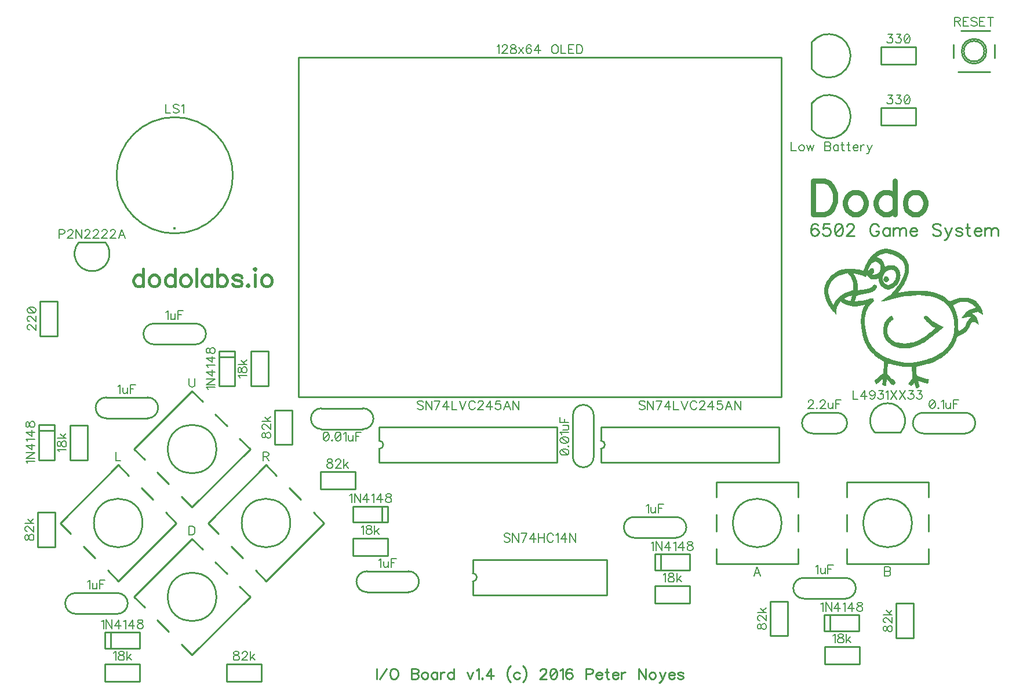
<source format=gbr>
G04 DipTrace 2.4.0.2*
%INTopSilk.gbr*%
%MOIN*%
%ADD10C,0.0098*%
%ADD12C,0.003*%
%ADD24C,0.0161*%
%ADD72C,0.0077*%
%ADD73C,0.0093*%
%ADD74C,0.0154*%
%ADD75C,0.0293*%
%ADD76C,0.0108*%
%FSLAX44Y44*%
G04*
G70*
G90*
G75*
G01*
%LNTopSilk*%
%LPD*%
X14139Y24215D2*
D10*
X11741D1*
X14139Y25415D2*
X11741D1*
G03X11741Y24215I-1J-600D01*
G01*
X14139D2*
G03X14139Y25415I1J600D01*
G01*
X7241Y9915D2*
X9639D1*
X7241Y8715D2*
X9639D1*
G03X9639Y9915I1J600D01*
G01*
X7241D2*
G03X7241Y8715I-1J-600D01*
G01*
X8991Y21165D2*
X11389D1*
X8991Y19965D2*
X11389D1*
G03X11389Y21165I1J600D01*
G01*
X8991D2*
G03X8991Y19965I-1J-600D01*
G01*
X26389Y9965D2*
X23991D1*
X26389Y11165D2*
X23991D1*
G03X23991Y9965I-1J-600D01*
G01*
X26389D2*
G03X26389Y11165I1J600D01*
G01*
X39366Y14290D2*
X41764D1*
X39366Y13090D2*
X41764D1*
G03X41764Y14290I1J600D01*
G01*
X39366D2*
G03X39366Y13090I-1J-600D01*
G01*
X49116Y10790D2*
X51514D1*
X49116Y9590D2*
X51514D1*
G03X51514Y10790I1J600D01*
G01*
X49116D2*
G03X49116Y9590I-1J-600D01*
G01*
X51014Y20290D2*
X49616D1*
X51014Y19090D2*
X49616D1*
Y20290D2*
G03X49616Y19090I-1J-600D01*
G01*
X51014D2*
G03X51014Y20290I1J600D01*
G01*
X55991D2*
X58389D1*
X55991Y19090D2*
X58389D1*
G03X58389Y20290I1J600D01*
G01*
X55991D2*
G03X55991Y19090I-1J-600D01*
G01*
X23769Y19340D2*
X21371D1*
X23769Y20540D2*
X21371D1*
G03X21371Y19340I-1J-600D01*
G01*
X23769D2*
G03X23769Y20540I1J600D01*
G01*
X37040Y20139D2*
Y17741D1*
X35840Y20139D2*
Y17741D1*
G03X37040Y17741I600J-1D01*
G01*
Y20139D2*
G03X35840Y20139I-600J1D01*
G01*
X15487Y23832D2*
X16393D1*
Y21822D1*
X15487Y23498D2*
X16393D1*
X15487Y21822D2*
X16393D1*
X15487Y23832D2*
Y21822D1*
X8923Y6737D2*
Y7643D1*
X10933D1*
X9257Y6737D2*
Y7643D1*
X10933Y6737D2*
Y7643D1*
X8923Y6737D2*
X10933D1*
X5112Y19582D2*
X6018D1*
Y17572D1*
X5112Y19248D2*
X6018D1*
X5112Y17572D2*
X6018D1*
X5112Y19582D2*
Y17572D1*
X25207Y14893D2*
Y13987D1*
X23197D1*
X24873Y14893D2*
Y13987D1*
X23197Y14893D2*
Y13987D1*
X25207Y14893D2*
X23197D1*
X40548Y11237D2*
Y12143D1*
X42558D1*
X40882Y11237D2*
Y12143D1*
X42558Y11237D2*
Y12143D1*
X40548Y11237D2*
X42558D1*
X50298Y7737D2*
Y8643D1*
X52308D1*
X50632Y7737D2*
Y8643D1*
X52308Y7737D2*
Y8643D1*
X50298Y7737D2*
X52308D1*
X49560Y40066D2*
Y41564D1*
X49562Y40063D2*
G03X49562Y41567I998J752D01*
G01*
X49565Y36566D2*
Y38064D1*
X49567Y36563D2*
G03X49567Y38067I998J752D01*
G01*
X20062Y40714D2*
X47818D1*
X20062Y21186D2*
X47818D1*
X20062Y40714D2*
Y21186D1*
X47818Y40714D2*
Y21186D1*
X9594Y33940D2*
G02X9594Y33940I3346J0D01*
G01*
D24*
X12940Y30900D3*
X8946Y30096D2*
D10*
G02X7434Y30096I-756J-666D01*
G01*
X8946D1*
X19690Y20438D2*
Y18442D1*
X18690D2*
X19690D1*
X18690Y20438D2*
Y18442D1*
Y20438D2*
X19690D1*
X17315Y21817D2*
Y23813D1*
X18315D2*
X17315D1*
X18315Y21817D2*
Y23813D1*
Y21817D2*
X17315D1*
X15942Y5815D2*
X17938D1*
Y4815D2*
Y5815D1*
X15942Y4815D2*
X17938D1*
X15942D2*
Y5815D1*
X10938Y4815D2*
X8942D1*
Y5815D2*
Y4815D1*
X10938Y5815D2*
X8942D1*
X10938D2*
Y4815D1*
X6065Y14563D2*
Y12567D1*
X5065D2*
X6065D1*
X5065Y14563D2*
Y12567D1*
Y14563D2*
X6065D1*
X6940Y17567D2*
Y19563D1*
X7940D2*
X6940D1*
X7940Y17567D2*
Y19563D1*
Y17567D2*
X6940D1*
X21317Y16877D2*
X23313D1*
Y15877D2*
Y16877D1*
X21317Y15877D2*
X23313D1*
X21317D2*
Y16877D1*
X23192Y13065D2*
X25188D1*
Y12065D2*
Y13065D1*
X23192Y12065D2*
X25188D1*
X23192D2*
Y13065D1*
X48190Y9438D2*
Y7442D1*
X47190D2*
X48190D1*
X47190Y9438D2*
Y7442D1*
Y9438D2*
X48190D1*
X42563Y9315D2*
X40567D1*
Y10315D2*
Y9315D1*
X42563Y10315D2*
X40567D1*
X42563D2*
Y9315D1*
X55440Y9313D2*
Y7317D1*
X54440D2*
X55440D1*
X54440Y9313D2*
Y7317D1*
Y9313D2*
X55440D1*
X52313Y5815D2*
X50317D1*
Y6815D2*
Y5815D1*
X52313Y6815D2*
X50317D1*
X52313D2*
Y5815D1*
X55563Y36815D2*
X53567D1*
Y37815D2*
Y36815D1*
X55563Y37815D2*
X53567D1*
X55563D2*
Y36815D1*
Y40315D2*
X53567D1*
Y41315D2*
Y40315D1*
X55563Y41315D2*
X53567D1*
X55563D2*
Y40315D1*
X6190Y26688D2*
Y24692D1*
X5190D2*
X6190D1*
X5190Y26688D2*
Y24692D1*
Y26688D2*
X6190D1*
X12542Y18190D2*
G02X12542Y18190I1398J0D01*
G01*
X14553Y20919D2*
X13940Y21531D1*
X10599Y18190D1*
X11211Y17577D1*
X16669Y18803D2*
X17281Y18190D1*
X13940Y14849D1*
X13327Y15461D1*
X15276Y20194D2*
X15944Y19526D1*
X12604Y16186D2*
X11936Y16854D1*
X12542Y9690D2*
G02X12542Y9690I1398J0D01*
G01*
X14553Y12419D2*
X13940Y13031D1*
X10599Y9690D1*
X11211Y9077D1*
X16669Y10303D2*
X17281Y9690D1*
X13940Y6349D1*
X13327Y6961D1*
X15276Y11694D2*
X15944Y11026D1*
X12604Y7686D2*
X11936Y8354D1*
X8292Y13940D2*
G02X8292Y13940I1398J0D01*
G01*
X10303Y16669D2*
X9690Y17281D1*
X6349Y13940D1*
X6961Y13327D1*
X12419Y14553D2*
X13031Y13940D1*
X9690Y10599D1*
X9077Y11211D1*
X11026Y15944D2*
X11694Y15276D1*
X8354Y11936D2*
X7686Y12604D1*
X16792Y13940D2*
G02X16792Y13940I1398J0D01*
G01*
X18803Y16669D2*
X18190Y17281D1*
X14849Y13940D1*
X15461Y13327D1*
X20919Y14553D2*
X21531Y13940D1*
X18190Y10599D1*
X17577Y11211D1*
X19526Y15944D2*
X20194Y15276D1*
X16854Y11936D2*
X16186Y12604D1*
X45043Y13940D2*
G02X45043Y13940I1397J0D01*
G01*
X48802Y15436D2*
Y16302D1*
X44078D1*
Y15436D1*
X48802Y12444D2*
Y11578D1*
X44078D1*
Y12444D1*
X48802Y14412D2*
Y13468D1*
X44078D2*
Y14412D1*
X52543Y13940D2*
G02X52543Y13940I1397J0D01*
G01*
X56302Y15436D2*
Y16302D1*
X51578D1*
Y15436D1*
X56302Y12444D2*
Y11578D1*
X51578D1*
Y12444D1*
X56302Y14412D2*
Y13468D1*
X51578D2*
Y14412D1*
X58202Y41076D2*
G02X58202Y41076I709J0D01*
G01*
X58005Y39895D2*
X59816D1*
X60092Y40682D2*
Y41470D1*
X59816Y42257D2*
X58162D1*
X57729Y41470D2*
Y40682D1*
X58320Y41076D2*
G02X58320Y41076I590J0D01*
G01*
X30082Y11839D2*
X37798D1*
Y9791D2*
Y11839D1*
X30082Y9791D2*
X37798D1*
X30082D2*
Y10579D1*
Y11839D2*
Y11051D1*
Y10579D2*
G03X30082Y11051I0J236D01*
G01*
X24697Y19464D2*
X34933D1*
Y17416D2*
Y19464D1*
X24697Y17416D2*
X34933D1*
X24697D2*
Y18204D1*
Y19464D2*
Y18676D1*
Y18204D2*
G03X24697Y18676I-1J236D01*
G01*
X37447Y19464D2*
X47683D1*
Y17416D2*
Y19464D1*
X37447Y17416D2*
X47683D1*
X37447D2*
Y18204D1*
Y19464D2*
Y18676D1*
Y18204D2*
G03X37447Y18676I-1J236D01*
G01*
X53184Y19159D2*
G02X54696Y19159I756J666D01*
G01*
X53184D1*
X53775Y29710D2*
D12*
X53865D1*
X53645Y29680D2*
X54024D1*
X53534Y29650D2*
X54157D1*
X53444Y29620D2*
X54268D1*
X53372Y29590D2*
X54361D1*
X53313Y29560D2*
X54439D1*
X53263Y29530D2*
X54504D1*
X53219Y29500D2*
X54560D1*
X53181Y29470D2*
X53697D1*
X54008D2*
X54612D1*
X53148Y29440D2*
X53603D1*
X54110D2*
X54658D1*
X53116Y29410D2*
X53527D1*
X54198D2*
X54697D1*
X53085Y29380D2*
X53465D1*
X54273D2*
X54733D1*
X53055Y29350D2*
X53413D1*
X54340D2*
X54769D1*
X53025Y29320D2*
X53364D1*
X54402D2*
X54807D1*
X52995Y29290D2*
X53315D1*
X54459D2*
X54845D1*
X52966Y29260D2*
X53265D1*
X54511D2*
X54879D1*
X52940Y29230D2*
X53332D1*
X54559D2*
X54908D1*
X52917Y29200D2*
X53400D1*
X54601D2*
X54931D1*
X52896Y29170D2*
X53462D1*
X54639D2*
X54950D1*
X52875Y29140D2*
X53513D1*
X54672D2*
X54967D1*
X52855Y29110D2*
X53554D1*
X54704D2*
X54986D1*
X52835Y29080D2*
X53586D1*
X54735D2*
X55006D1*
X52816Y29050D2*
X53610D1*
X54764D2*
X55024D1*
X52800Y29020D2*
X53629D1*
X54790D2*
X55040D1*
X52786Y28990D2*
X53164D1*
X53283D2*
X53646D1*
X54812D2*
X55053D1*
X52771Y28960D2*
X53085D1*
X53348D2*
X53662D1*
X54830D2*
X55064D1*
X52753Y28930D2*
X53032D1*
X53397D2*
X53677D1*
X54847D2*
X55075D1*
X52735Y28900D2*
X52996D1*
X53433D2*
X53691D1*
X54862D2*
X55085D1*
X52719Y28870D2*
X52969D1*
X53459D2*
X53704D1*
X54877D2*
X55095D1*
X52703Y28840D2*
X52948D1*
X53479D2*
X53714D1*
X54891D2*
X55105D1*
X52688Y28810D2*
X52930D1*
X53496D2*
X53725D1*
X54902D2*
X55114D1*
X52673Y28780D2*
X52913D1*
X53511D2*
X53734D1*
X54909D2*
X55120D1*
X52659Y28750D2*
X52898D1*
X53522D2*
X53742D1*
X53955D2*
X54285D1*
X54914D2*
X55123D1*
X52646Y28720D2*
X52883D1*
X53529D2*
X53751D1*
X53884D2*
X54347D1*
X54919D2*
X55124D1*
X52636Y28690D2*
X52868D1*
X53533D2*
X53776D1*
X53803D2*
X54402D1*
X54927D2*
X55125D1*
X52624Y28660D2*
X52853D1*
X53534D2*
X54448D1*
X54935D2*
X55125D1*
X52611Y28630D2*
X52838D1*
X53535D2*
X54486D1*
X54940D2*
X55125D1*
X52598Y28600D2*
X52823D1*
X52965D2*
X53085D1*
X53535D2*
X54517D1*
X54943D2*
X55125D1*
X51525Y28570D2*
X52005D1*
X52586D2*
X52809D1*
X52927D2*
X53109D1*
X53534D2*
X54540D1*
X54944D2*
X55125D1*
X51402Y28540D2*
X52150D1*
X52576D2*
X52799D1*
X52897D2*
X53127D1*
X53530D2*
X54052D1*
X54187D2*
X54560D1*
X54944D2*
X55125D1*
X51294Y28510D2*
X52279D1*
X52564D2*
X52794D1*
X52884D2*
X53137D1*
X53522D2*
X53978D1*
X54255D2*
X54576D1*
X54940D2*
X55125D1*
X51203Y28480D2*
X52388D1*
X52550D2*
X52806D1*
X52873D2*
X53141D1*
X53510D2*
X53917D1*
X54306D2*
X54591D1*
X54933D2*
X55125D1*
X51124Y28450D2*
X52484D1*
X52534D2*
X52838D1*
X52860D2*
X53143D1*
X53496D2*
X53865D1*
X54342D2*
X54602D1*
X54925D2*
X55125D1*
X51058Y28420D2*
X53139D1*
X53481D2*
X53821D1*
X54369D2*
X54609D1*
X54920D2*
X55125D1*
X51002Y28390D2*
X53130D1*
X53462D2*
X53787D1*
X54387D2*
X54614D1*
X54916D2*
X55124D1*
X50951Y28360D2*
X53116D1*
X53439D2*
X53760D1*
X54398D2*
X54619D1*
X54911D2*
X55120D1*
X50904Y28330D2*
X51538D1*
X51645D2*
X51915D1*
X52028D2*
X53078D1*
X53409D2*
X53737D1*
X54407D2*
X54627D1*
X54903D2*
X55113D1*
X50859Y28300D2*
X51417D1*
X51675D2*
X51944D1*
X52160D2*
X53026D1*
X53373D2*
X53716D1*
X54416D2*
X54635D1*
X54894D2*
X55104D1*
X50817Y28270D2*
X51315D1*
X51704D2*
X51970D1*
X52278D2*
X52965D1*
X53279D2*
X53696D1*
X54424D2*
X54640D1*
X54885D2*
X55095D1*
X50776Y28240D2*
X51228D1*
X51730D2*
X51992D1*
X52381D2*
X53123D1*
X53137D2*
X53680D1*
X54430D2*
X54643D1*
X54875D2*
X55085D1*
X50735Y28210D2*
X51152D1*
X51753D2*
X52010D1*
X52469D2*
X53667D1*
X54433D2*
X54644D1*
X54865D2*
X55076D1*
X50697Y28180D2*
X51087D1*
X51774D2*
X52027D1*
X52542D2*
X52689D1*
X52755D2*
X53656D1*
X54433D2*
X54644D1*
X54855D2*
X55069D1*
X50665Y28150D2*
X51031D1*
X51795D2*
X52042D1*
X52605D2*
X52679D1*
X52785D2*
X53645D1*
X54430D2*
X54640D1*
X54844D2*
X55062D1*
X50639Y28120D2*
X50982D1*
X51814D2*
X52057D1*
X52665D2*
D3*
X52816D2*
X53636D1*
X53775D2*
X53895D1*
X54423D2*
X54633D1*
X54831D2*
X55053D1*
X50616Y28090D2*
X50939D1*
X51831D2*
X52071D1*
X52851D2*
X53630D1*
X53750D2*
X53933D1*
X54415D2*
X54625D1*
X54817D2*
X55040D1*
X50592Y28060D2*
X50901D1*
X51847D2*
X52084D1*
X52893D2*
X53627D1*
X53728D2*
X53963D1*
X54409D2*
X54620D1*
X54802D2*
X55028D1*
X50568Y28030D2*
X50868D1*
X51861D2*
X52094D1*
X52943D2*
X53626D1*
X53711D2*
X53975D1*
X54402D2*
X54617D1*
X54787D2*
X55016D1*
X50546Y28000D2*
X50836D1*
X51873D2*
X52105D1*
X52995D2*
X53295D1*
X53415D2*
X53625D1*
X53700D2*
X53981D1*
X54392D2*
X54615D1*
X54772D2*
X55006D1*
X50525Y27970D2*
X50805D1*
X51884D2*
X52115D1*
X53415D2*
X53626D1*
X53693D2*
X53983D1*
X54380D2*
X54610D1*
X54758D2*
X54995D1*
X50501Y27940D2*
X50775D1*
X51896D2*
X52125D1*
X53416D2*
X53630D1*
X53700D2*
X53983D1*
X54367D2*
X54602D1*
X54742D2*
X54985D1*
X50478Y27910D2*
X50745D1*
X51909D2*
X52135D1*
X53420D2*
X53638D1*
X53713D2*
X53980D1*
X54351D2*
X54590D1*
X54728D2*
X54974D1*
X50457Y27880D2*
X50716D1*
X51922D2*
X52144D1*
X53427D2*
X53650D1*
X53735D2*
X53961D1*
X54332D2*
X54577D1*
X54712D2*
X54960D1*
X50440Y27850D2*
X50690D1*
X51933D2*
X52151D1*
X53436D2*
X53664D1*
X53767D2*
X53917D1*
X54309D2*
X54562D1*
X54697D2*
X54943D1*
X50423Y27820D2*
X50668D1*
X51940D2*
X52158D1*
X53445D2*
X53679D1*
X53805D2*
X53865D1*
X54283D2*
X54547D1*
X54681D2*
X54925D1*
X50408Y27790D2*
X50650D1*
X51948D2*
X52166D1*
X53456D2*
X53698D1*
X54254D2*
X54532D1*
X54664D2*
X54909D1*
X50393Y27760D2*
X50633D1*
X51956D2*
X52175D1*
X53469D2*
X53721D1*
X54223D2*
X54517D1*
X54644D2*
X54893D1*
X50379Y27730D2*
X50618D1*
X51965D2*
X52180D1*
X53483D2*
X53749D1*
X54188D2*
X54501D1*
X54625D2*
X54878D1*
X50366Y27700D2*
X50603D1*
X51970D2*
X52183D1*
X53498D2*
X53789D1*
X54140D2*
X54482D1*
X54605D2*
X54862D1*
X50356Y27670D2*
X50589D1*
X51973D2*
X52184D1*
X53145D2*
X53175D1*
X53513D2*
X53853D1*
X54067D2*
X54459D1*
X54585D2*
X54844D1*
X50345Y27640D2*
X50576D1*
X51974D2*
X52185D1*
X53125D2*
X53228D1*
X53529D2*
X53953D1*
X53961D2*
X54432D1*
X54565D2*
X54824D1*
X50336Y27610D2*
X50566D1*
X51975D2*
X52185D1*
X53104D2*
X53269D1*
X53549D2*
X54403D1*
X54544D2*
X54805D1*
X50329Y27580D2*
X50555D1*
X51975D2*
X52185D1*
X53080D2*
X53299D1*
X53576D2*
X54368D1*
X54521D2*
X54785D1*
X50322Y27550D2*
X50545D1*
X51975D2*
X52185D1*
X53053D2*
X53304D1*
X53611D2*
X54327D1*
X54498D2*
X54765D1*
X50314Y27520D2*
X50535D1*
X51975D2*
X52185D1*
X53022D2*
X53295D1*
X53651D2*
X54280D1*
X54476D2*
X54745D1*
X50305Y27490D2*
X50525D1*
X51975D2*
X52185D1*
X52982D2*
X53280D1*
X53698D2*
X54226D1*
X54455D2*
X54725D1*
X50300Y27460D2*
X50516D1*
X51975D2*
X52185D1*
X52922D2*
X53259D1*
X53757D2*
X54159D1*
X54431D2*
X54705D1*
X50297Y27430D2*
X50510D1*
X51975D2*
X52185D1*
X52828D2*
X53237D1*
X53835D2*
X54076D1*
X54408D2*
X54685D1*
X50296Y27400D2*
X50507D1*
X51975D2*
X52186D1*
X52678D2*
X53216D1*
X53925D2*
X53985D1*
X54386D2*
X54664D1*
X50295Y27370D2*
X50506D1*
X51973D2*
X52191D1*
X52460D2*
X53194D1*
X54365D2*
X54641D1*
X50295Y27340D2*
X50505D1*
X51958D2*
X52201D1*
X52185D2*
X53169D1*
X54340D2*
X54618D1*
X50295Y27310D2*
X50505D1*
X51899D2*
X53136D1*
X54313D2*
X54596D1*
X50295Y27280D2*
X50505D1*
X51813D2*
X53093D1*
X54284D2*
X54575D1*
X55215D2*
X56175D1*
X50295Y27250D2*
X50505D1*
X51714D2*
X53032D1*
X54255D2*
X54550D1*
X54986D2*
X56342D1*
X50295Y27220D2*
X50505D1*
X51622D2*
X52942D1*
X54226D2*
X54523D1*
X54777D2*
X56492D1*
X50296Y27190D2*
X50506D1*
X51542D2*
X52809D1*
X54200D2*
X54495D1*
X54587D2*
X56619D1*
X50300Y27160D2*
X50510D1*
X51472D2*
X52634D1*
X54177D2*
X56724D1*
X50307Y27130D2*
X50517D1*
X51409D2*
X52447D1*
X54154D2*
X56810D1*
X50315Y27100D2*
X50525D1*
X51352D2*
X52298D1*
X54125D2*
X56884D1*
X50320Y27070D2*
X50531D1*
X51304D2*
X52188D1*
X54090D2*
X55414D1*
X55970D2*
X56951D1*
X50324Y27040D2*
X50538D1*
X51263D2*
X51796D1*
X51921D2*
X52150D1*
X54049D2*
X55159D1*
X56184D2*
X57012D1*
X50329Y27010D2*
X50546D1*
X51228D2*
X51711D1*
X51902D2*
X52125D1*
X54006D2*
X54940D1*
X56357D2*
X57069D1*
X50337Y26980D2*
X50556D1*
X51195D2*
X51634D1*
X51888D2*
X52110D1*
X53962D2*
X54756D1*
X56494D2*
X57121D1*
X50345Y26950D2*
X50565D1*
X51160D2*
X51565D1*
X51876D2*
X52100D1*
X53917D2*
X54598D1*
X56607D2*
X57170D1*
X50351Y26920D2*
X50576D1*
X51123D2*
X51504D1*
X51865D2*
X52093D1*
X53871D2*
X54459D1*
X56703D2*
X57216D1*
X50358Y26890D2*
X50589D1*
X51085D2*
X51452D1*
X51855D2*
X52083D1*
X53824D2*
X54331D1*
X56788D2*
X57261D1*
X58095D2*
X58515D1*
X50368Y26860D2*
X50602D1*
X51051D2*
X51405D1*
X51845D2*
X52071D1*
X52935D2*
X53085D1*
X53774D2*
X54206D1*
X56863D2*
X57302D1*
X57956D2*
X58653D1*
X50380Y26830D2*
X50614D1*
X51022D2*
X51452D1*
X51835D2*
X52058D1*
X52844D2*
X53095D1*
X53726D2*
X54082D1*
X56929D2*
X57339D1*
X57844D2*
X58761D1*
X50392Y26800D2*
X50624D1*
X50998D2*
X51509D1*
X51825D2*
X52046D1*
X52747D2*
X53105D1*
X53680D2*
X53958D1*
X56988D2*
X57373D1*
X57757D2*
X58841D1*
X50404Y26770D2*
X50636D1*
X50976D2*
X51578D1*
X51814D2*
X52036D1*
X52638D2*
X53115D1*
X53638D2*
X53836D1*
X57041D2*
X57404D1*
X57690D2*
X58900D1*
X50414Y26740D2*
X50649D1*
X50955D2*
X51660D1*
X51800D2*
X52025D1*
X52504D2*
X53122D1*
X53600D2*
X53716D1*
X57088D2*
X57436D1*
X57635D2*
X58948D1*
X50426Y26710D2*
X50663D1*
X50936D2*
X51755D1*
X51784D2*
X52015D1*
X52330D2*
X53127D1*
X53565D2*
X53595D1*
X57127D2*
X57471D1*
X57589D2*
X58986D1*
X50439Y26680D2*
X50678D1*
X50919D2*
X51196D1*
X51261D2*
X52005D1*
X52106D2*
X53110D1*
X57163D2*
X57511D1*
X57542D2*
X59017D1*
X50453Y26650D2*
X50693D1*
X50903D2*
X51170D1*
X51303D2*
X53074D1*
X57199D2*
X58017D1*
X58588D2*
X59042D1*
X50468Y26620D2*
X50709D1*
X50888D2*
X51147D1*
X51355D2*
X53036D1*
X57237D2*
X57923D1*
X58675D2*
X59065D1*
X50483Y26590D2*
X50726D1*
X50873D2*
X51126D1*
X51415D2*
X53000D1*
X57275D2*
X57847D1*
X58743D2*
X59090D1*
X50499Y26560D2*
X50746D1*
X50857D2*
X51105D1*
X51486D2*
X52967D1*
X57310D2*
X57787D1*
X58798D2*
X59117D1*
X50516Y26530D2*
X50765D1*
X50842D2*
X51086D1*
X51574D2*
X52936D1*
X57343D2*
X57740D1*
X58843D2*
X59146D1*
X50536Y26500D2*
X50785D1*
X50824D2*
X51069D1*
X51685D2*
X52468D1*
X52640D2*
X52905D1*
X57373D2*
X57703D1*
X58879D2*
X59174D1*
X50555Y26470D2*
X51053D1*
X51822D2*
X52287D1*
X52618D2*
X52876D1*
X57400D2*
X57690D1*
X58909D2*
X59200D1*
X50575Y26440D2*
X51038D1*
X51975D2*
X52095D1*
X52600D2*
X52850D1*
X57422D2*
X57693D1*
X58937D2*
X59222D1*
X50595Y26410D2*
X51023D1*
X52583D2*
X52828D1*
X57440D2*
X57703D1*
X58965D2*
X59240D1*
X50614Y26380D2*
X51009D1*
X52568D2*
X52810D1*
X57458D2*
X57718D1*
X58990D2*
X59258D1*
X50631Y26350D2*
X50997D1*
X52553D2*
X52793D1*
X57476D2*
X57736D1*
X59009D2*
X59276D1*
X50648Y26320D2*
X50990D1*
X52539D2*
X52778D1*
X57496D2*
X57754D1*
X59025D2*
X59295D1*
X50667Y26290D2*
X50982D1*
X52526D2*
X52763D1*
X57514D2*
X57770D1*
X58889D2*
X59310D1*
X50691Y26260D2*
X50974D1*
X52516D2*
X52748D1*
X57531D2*
X57783D1*
X58777D2*
X59323D1*
X50717Y26230D2*
X50965D1*
X52505D2*
X52733D1*
X57547D2*
X57794D1*
X58689D2*
X59334D1*
X50746Y26200D2*
X50960D1*
X52496D2*
X52719D1*
X57562D2*
X57805D1*
X58621D2*
X59344D1*
X50775Y26170D2*
X50957D1*
X52489D2*
X52706D1*
X57577D2*
X57815D1*
X58567D2*
X59350D1*
X50805Y26140D2*
X50956D1*
X52482D2*
X52696D1*
X57592D2*
X57825D1*
X58525D2*
X59354D1*
X50835Y26110D2*
X50955D1*
X52474D2*
X52685D1*
X57608D2*
X57835D1*
X58489D2*
X59359D1*
X50864Y26080D2*
X50955D1*
X52465D2*
X52676D1*
X57622D2*
X57845D1*
X58457D2*
X58982D1*
X59175D2*
X59367D1*
X50890Y26050D2*
X50955D1*
X52459D2*
X52669D1*
X57637D2*
X57855D1*
X58427D2*
X58863D1*
X59234D2*
X59375D1*
X50913Y26020D2*
X50955D1*
X52452D2*
X52662D1*
X57651D2*
X57865D1*
X58400D2*
X58755D1*
X59289D2*
X59380D1*
X50934Y25990D2*
X50955D1*
X52444D2*
X52654D1*
X57663D2*
X57875D1*
X58377D2*
X58795D1*
X59339D2*
X59383D1*
X50955Y25960D2*
D3*
X52435D2*
X52645D1*
X57670D2*
X57885D1*
X58355D2*
X58835D1*
X59385D2*
D3*
X52430Y25930D2*
X52640D1*
X57678D2*
X57895D1*
X58330D2*
X58875D1*
X52427Y25900D2*
X52636D1*
X57686D2*
X57904D1*
X58304D2*
X58914D1*
X52426Y25870D2*
X52631D1*
X54135D2*
X54165D1*
X56115D2*
X56175D1*
X57696D2*
X57911D1*
X58279D2*
X58949D1*
X52425Y25840D2*
X52623D1*
X54091D2*
X54176D1*
X56076D2*
X56205D1*
X57705D2*
X57918D1*
X58257D2*
X58976D1*
X52425Y25810D2*
X52615D1*
X54053D2*
X54189D1*
X56043D2*
X56235D1*
X57715D2*
X57926D1*
X58235D2*
X58998D1*
X52424Y25780D2*
X52610D1*
X54018D2*
X54203D1*
X56019D2*
X56265D1*
X57724D2*
X57935D1*
X58211D2*
X58395D1*
X58718D2*
X59016D1*
X52420Y25750D2*
X52607D1*
X53986D2*
X54219D1*
X56018D2*
X56295D1*
X57730D2*
X57940D1*
X58185D2*
X58275D1*
X58695D2*
X59032D1*
X52413Y25720D2*
X52606D1*
X53955D2*
X54236D1*
X56036D2*
X56325D1*
X57734D2*
X57943D1*
X58667D2*
X59047D1*
X52405Y25690D2*
X52605D1*
X53925D2*
X54255D1*
X56060D2*
X56355D1*
X57739D2*
X57944D1*
X58637D2*
X59061D1*
X52400Y25660D2*
X52605D1*
X53896D2*
X54215D1*
X56087D2*
X56385D1*
X57747D2*
X57946D1*
X58607D2*
X59074D1*
X52397Y25630D2*
X52605D1*
X53870D2*
X54176D1*
X56116D2*
X56416D1*
X57755D2*
X57950D1*
X58580D2*
X59084D1*
X52396Y25600D2*
X52605D1*
X53847D2*
X54140D1*
X56145D2*
X56450D1*
X57760D2*
X57957D1*
X58557D2*
X59095D1*
X52395Y25570D2*
X52605D1*
X53826D2*
X54107D1*
X56175D2*
X56487D1*
X57763D2*
X57965D1*
X58536D2*
X59105D1*
X52395Y25540D2*
X52605D1*
X53805D2*
X54077D1*
X56205D2*
X56526D1*
X57764D2*
X57970D1*
X58515D2*
X58847D1*
X58904D2*
X59115D1*
X52395Y25510D2*
X52605D1*
X53786D2*
X54050D1*
X56235D2*
X56566D1*
X57765D2*
X57973D1*
X58496D2*
X58796D1*
X58959D2*
X59125D1*
X52396Y25480D2*
X52605D1*
X53770D2*
X54028D1*
X56265D2*
X56611D1*
X57765D2*
X57974D1*
X58480D2*
X58757D1*
X59008D2*
X59134D1*
X52400Y25450D2*
X52605D1*
X53758D2*
X54010D1*
X56295D2*
X56662D1*
X57765D2*
X57975D1*
X58467D2*
X58728D1*
X59053D2*
X59140D1*
X52407Y25420D2*
X52605D1*
X53750D2*
X53993D1*
X56325D2*
X56718D1*
X57765D2*
X57975D1*
X58456D2*
X58707D1*
X59098D2*
X59143D1*
X52415Y25390D2*
X52605D1*
X53743D2*
X53978D1*
X56356D2*
X56777D1*
X57765D2*
X57975D1*
X58445D2*
X58689D1*
X59145D2*
D3*
X52420Y25360D2*
X52606D1*
X53734D2*
X53963D1*
X56390D2*
X56841D1*
X57766D2*
X57975D1*
X58435D2*
X58673D1*
X52423Y25330D2*
X52610D1*
X53725D2*
X53949D1*
X56428D2*
X56908D1*
X57770D2*
X57975D1*
X58425D2*
X58658D1*
X52424Y25300D2*
X52617D1*
X53719D2*
X53936D1*
X56471D2*
X56977D1*
X57777D2*
X57975D1*
X58414D2*
X58643D1*
X52425Y25270D2*
X52625D1*
X53712D2*
X53926D1*
X56518D2*
X57041D1*
X57785D2*
X57975D1*
X58400D2*
X58629D1*
X52425Y25240D2*
X52630D1*
X53704D2*
X53915D1*
X56569D2*
X57092D1*
X57789D2*
X57975D1*
X58382D2*
X58616D1*
X52425Y25210D2*
X52633D1*
X53695D2*
X53906D1*
X56614D2*
X57135D1*
X57788D2*
X57975D1*
X58358D2*
X58605D1*
X52426Y25180D2*
X52634D1*
X53690D2*
X53900D1*
X56650D2*
X57095D1*
X57782D2*
X57975D1*
X58327D2*
X58590D1*
X52430Y25150D2*
X52636D1*
X53687D2*
X53897D1*
X56665D2*
X57055D1*
X57775D2*
X57975D1*
X58292D2*
X58573D1*
X52437Y25120D2*
X52640D1*
X53686D2*
X53896D1*
X56640D2*
X57015D1*
X57770D2*
X57975D1*
X58254D2*
X58554D1*
X52445Y25090D2*
X52647D1*
X53685D2*
X53895D1*
X56608D2*
X56975D1*
X57767D2*
X57975D1*
X58214D2*
X58534D1*
X52450Y25060D2*
X52655D1*
X53685D2*
X53895D1*
X56573D2*
X56936D1*
X57766D2*
X57979D1*
X58171D2*
X58510D1*
X52453Y25030D2*
X52660D1*
X53685D2*
X53895D1*
X56538D2*
X56900D1*
X57765D2*
X57987D1*
X58118D2*
X58483D1*
X52455Y25000D2*
X52663D1*
X53685D2*
X53895D1*
X56502D2*
X56866D1*
X57765D2*
X58022D1*
X58051D2*
X58454D1*
X52460Y24970D2*
X52665D1*
X53685D2*
X53895D1*
X56463D2*
X56831D1*
X57765D2*
X58425D1*
X52467Y24940D2*
X52670D1*
X53685D2*
X53895D1*
X56424D2*
X56793D1*
X57764D2*
X58394D1*
X52475Y24910D2*
X52677D1*
X53686D2*
X53896D1*
X56385D2*
X56754D1*
X57760D2*
X58359D1*
X52480Y24880D2*
X52685D1*
X53690D2*
X53900D1*
X56345D2*
X56715D1*
X57753D2*
X58316D1*
X52483Y24850D2*
X52691D1*
X53697D2*
X53908D1*
X56306D2*
X56674D1*
X57745D2*
X58265D1*
X52485Y24820D2*
X52698D1*
X53705D2*
X53920D1*
X56269D2*
X56631D1*
X57739D2*
X58203D1*
X52490Y24790D2*
X52706D1*
X53711D2*
X53932D1*
X56232D2*
X56588D1*
X57732D2*
X58129D1*
X52497Y24760D2*
X52716D1*
X53718D2*
X53944D1*
X56194D2*
X56547D1*
X57724D2*
X58051D1*
X52505Y24730D2*
X52725D1*
X53726D2*
X53955D1*
X56154D2*
X56511D1*
X57715D2*
X57987D1*
X52511Y24700D2*
X52735D1*
X53736D2*
X53970D1*
X56115D2*
X56476D1*
X57709D2*
X57940D1*
X52518Y24670D2*
X52745D1*
X53745D2*
X53987D1*
X56075D2*
X56441D1*
X57702D2*
X57922D1*
X52526Y24640D2*
X52755D1*
X53756D2*
X54006D1*
X56035D2*
X56403D1*
X57693D2*
X57908D1*
X52536Y24610D2*
X52765D1*
X53769D2*
X54026D1*
X55994D2*
X56364D1*
X57680D2*
X57896D1*
X52545Y24580D2*
X52775D1*
X53783D2*
X54050D1*
X55949D2*
X56325D1*
X57667D2*
X57886D1*
X52555Y24550D2*
X52785D1*
X53799D2*
X54077D1*
X55897D2*
X56285D1*
X57652D2*
X57875D1*
X52565Y24520D2*
X52795D1*
X53818D2*
X54107D1*
X55841D2*
X56245D1*
X57638D2*
X57865D1*
X52575Y24490D2*
X52805D1*
X53841D2*
X54141D1*
X55779D2*
X56205D1*
X57626D2*
X57855D1*
X52586Y24460D2*
X52815D1*
X53867D2*
X54182D1*
X55712D2*
X56164D1*
X57615D2*
X57844D1*
X52599Y24430D2*
X52826D1*
X53896D2*
X54228D1*
X55644D2*
X56121D1*
X57600D2*
X57831D1*
X52613Y24400D2*
X52839D1*
X53925D2*
X54278D1*
X55573D2*
X56077D1*
X57583D2*
X57818D1*
X52628Y24370D2*
X52853D1*
X53955D2*
X54334D1*
X55497D2*
X56031D1*
X57565D2*
X57806D1*
X52643Y24340D2*
X52869D1*
X53985D2*
X54410D1*
X55407D2*
X55982D1*
X57549D2*
X57796D1*
X52658Y24310D2*
X52887D1*
X54016D2*
X54520D1*
X55287D2*
X55929D1*
X57532D2*
X57784D1*
X52672Y24280D2*
X52906D1*
X54050D2*
X54688D1*
X55115D2*
X55872D1*
X57514D2*
X57771D1*
X52688Y24250D2*
X52925D1*
X54089D2*
X54919D1*
X54882D2*
X55813D1*
X57494D2*
X57757D1*
X52703Y24220D2*
X52945D1*
X54132D2*
X55748D1*
X57475D2*
X57741D1*
X52719Y24190D2*
X52965D1*
X54185D2*
X55675D1*
X57455D2*
X57722D1*
X52736Y24160D2*
X52985D1*
X54250D2*
X55591D1*
X57435D2*
X57700D1*
X52755Y24130D2*
X53006D1*
X54328D2*
X55497D1*
X57415D2*
X57678D1*
X52770Y24100D2*
X53030D1*
X54421D2*
X55392D1*
X57394D2*
X57656D1*
X52784Y24070D2*
X53056D1*
X54529D2*
X55277D1*
X57370D2*
X57636D1*
X52800Y24040D2*
X53081D1*
X54645D2*
X55155D1*
X57343D2*
X57615D1*
X52821Y24010D2*
X53103D1*
X57314D2*
X57595D1*
X52843Y23980D2*
X53125D1*
X57285D2*
X57574D1*
X52864Y23950D2*
X53150D1*
X57255D2*
X57550D1*
X52886Y23920D2*
X53177D1*
X57225D2*
X57524D1*
X52910Y23890D2*
X53206D1*
X57194D2*
X57498D1*
X52937Y23860D2*
X53236D1*
X57160D2*
X57472D1*
X52966Y23830D2*
X53270D1*
X57123D2*
X57443D1*
X52995Y23800D2*
X53307D1*
X57084D2*
X57410D1*
X53025Y23770D2*
X53345D1*
X57045D2*
X57378D1*
X53055Y23740D2*
X53380D1*
X57004D2*
X57346D1*
X53085Y23710D2*
X53414D1*
X56961D2*
X57315D1*
X53115Y23680D2*
X53450D1*
X56917D2*
X57284D1*
X53145Y23650D2*
X53492D1*
X56871D2*
X57250D1*
X53175Y23620D2*
X53538D1*
X56823D2*
X57213D1*
X53206Y23590D2*
X53586D1*
X56773D2*
X57175D1*
X53240Y23560D2*
X53636D1*
X56720D2*
X57139D1*
X53278Y23530D2*
X53690D1*
X56662D2*
X57101D1*
X53320Y23500D2*
X53748D1*
X56599D2*
X57057D1*
X53363Y23470D2*
X53811D1*
X56533D2*
X57008D1*
X53408Y23440D2*
X53878D1*
X56463D2*
X56957D1*
X53453Y23410D2*
X53947D1*
X56389D2*
X56906D1*
X53499Y23380D2*
X54022D1*
X56310D2*
X56854D1*
X53547Y23350D2*
X54105D1*
X56222D2*
X56800D1*
X53600Y23320D2*
X54200D1*
X56122D2*
X56743D1*
X53652Y23290D2*
X54309D1*
X56007D2*
X56684D1*
X53700Y23260D2*
X54437D1*
X55870D2*
X56623D1*
X53745Y23230D2*
X54585D1*
X55709D2*
X56558D1*
X53731Y23200D2*
X54747D1*
X55526D2*
X56485D1*
X53723Y23170D2*
X56402D1*
X53718Y23140D2*
X53925D1*
X53980D2*
X56308D1*
X53716Y23110D2*
X53925D1*
X54093D2*
X56207D1*
X53715Y23080D2*
X53925D1*
X54208D2*
X56098D1*
X53715Y23050D2*
X53925D1*
X54335D2*
X55977D1*
X53715Y23020D2*
X53924D1*
X54486D2*
X55842D1*
X53715Y22990D2*
X53920D1*
X54663D2*
X55695D1*
X53715Y22960D2*
X53913D1*
X54855D2*
X55545D1*
X53715Y22930D2*
X53905D1*
X55335D2*
X55545D1*
X53715Y22900D2*
X53900D1*
X55335D2*
X55545D1*
X53714Y22870D2*
X53897D1*
X55335D2*
X55545D1*
X53710Y22840D2*
X53896D1*
X55335D2*
X55545D1*
X53703Y22810D2*
X53895D1*
X55335D2*
X55545D1*
X53695Y22780D2*
X53895D1*
X55335D2*
X55545D1*
X53690Y22750D2*
X53895D1*
X55335D2*
X55545D1*
X53687Y22720D2*
X53895D1*
X55336D2*
X55546D1*
X53686Y22690D2*
X53895D1*
X55340D2*
X55550D1*
X53685Y22660D2*
X53895D1*
X55347D2*
X55557D1*
X53685Y22630D2*
X53895D1*
X55355D2*
X55565D1*
X53683Y22600D2*
X53894D1*
X55360D2*
X55570D1*
X53677Y22570D2*
X53889D1*
X55363D2*
X55573D1*
X53654Y22540D2*
X53879D1*
X55364D2*
X55574D1*
X53622Y22510D2*
X53865D1*
X55365D2*
X55575D1*
X53584Y22480D2*
X53909D1*
X55365D2*
X55577D1*
X53546Y22450D2*
X53947D1*
X55365D2*
X55580D1*
X53510Y22420D2*
X53982D1*
X55365D2*
X55603D1*
X53476Y22390D2*
X54014D1*
X55365D2*
X55665D1*
X53441Y22360D2*
X54045D1*
X55365D2*
X55748D1*
X53403Y22330D2*
X54075D1*
X55364D2*
X55844D1*
X53364Y22300D2*
X54105D1*
X55359D2*
X55949D1*
X53325Y22270D2*
X54136D1*
X55348D2*
X56056D1*
X53285Y22240D2*
X54170D1*
X55332D2*
X56152D1*
X53247Y22210D2*
X54207D1*
X55314D2*
X56224D1*
X53217Y22180D2*
X53560D1*
X53655D2*
X53864D1*
X53925D2*
X54245D1*
X55294D2*
X56277D1*
X53193Y22150D2*
X53523D1*
X53655D2*
X53860D1*
X53955D2*
X54280D1*
X55270D2*
X56276D1*
X53186Y22120D2*
X53485D1*
X53655D2*
X53853D1*
X53985D2*
X54311D1*
X55244D2*
X55666D1*
X55750D2*
X56272D1*
X53193Y22090D2*
X53449D1*
X53655D2*
X53845D1*
X54015D2*
X54337D1*
X55219D2*
X55670D1*
X55863D2*
X56267D1*
X53213Y22060D2*
X53412D1*
X53654D2*
X53840D1*
X54045D2*
X54356D1*
X55197D2*
X55677D1*
X55975D2*
X56261D1*
X53233Y22030D2*
X53373D1*
X53650D2*
X53837D1*
X54075D2*
X54357D1*
X55175D2*
X55686D1*
X56089D2*
X56249D1*
X53250Y22000D2*
X53334D1*
X53643D2*
X53836D1*
X54105D2*
X54346D1*
X55151D2*
X55426D1*
X55486D2*
X55695D1*
X56205D2*
X56235D1*
X53265Y21970D2*
X53295D1*
X53636D2*
X53835D1*
X54136D2*
X54330D1*
X55125D2*
X55400D1*
X55490D2*
X55705D1*
X53633Y21940D2*
X53835D1*
X54171D2*
X54308D1*
X55160D2*
X55377D1*
X55497D2*
X55715D1*
X53633Y21910D2*
X53835D1*
X54211D2*
X54282D1*
X55197D2*
X55355D1*
X55506D2*
X55725D1*
X53685Y21880D2*
X53835D1*
X54255D2*
D3*
X55236D2*
X55331D1*
X55515D2*
X55735D1*
X53745Y21850D2*
X53835D1*
X55275D2*
X55305D1*
X55526D2*
X55742D1*
X55539Y21820D2*
X55746D1*
X55552Y21790D2*
X55730D1*
X55564Y21760D2*
X55686D1*
X55575Y21730D2*
X55635D1*
X53775Y29710D2*
X53645Y29680D1*
X53534Y29650D1*
X53444Y29620D1*
X53372Y29590D1*
X53313Y29560D1*
X53263Y29530D1*
X53219Y29500D1*
X53181Y29470D1*
X53148Y29440D1*
X53116Y29410D1*
X53085Y29380D1*
X53055Y29350D1*
X53025Y29320D1*
X52995Y29290D1*
X52966Y29260D1*
X52940Y29230D1*
X52917Y29200D1*
X52896Y29170D1*
X52875Y29140D1*
X52855Y29110D1*
X52835Y29080D1*
X52816Y29050D1*
X52800Y29020D1*
X52786Y28990D1*
X52771Y28960D1*
X52753Y28930D1*
X52735Y28900D1*
X52719Y28870D1*
X52703Y28840D1*
X52688Y28810D1*
X52673Y28780D1*
X52659Y28750D1*
X52646Y28720D1*
X52636Y28690D1*
X52624Y28660D1*
X52611Y28630D1*
X52598Y28600D1*
X52586Y28570D1*
X52576Y28540D1*
X52564Y28510D1*
X52550Y28480D1*
X52534Y28450D1*
X52515Y28420D1*
X53865Y29710D2*
X54024Y29680D1*
X54157Y29650D1*
X54268Y29620D1*
X54361Y29590D1*
X54439Y29560D1*
X54504Y29530D1*
X54560Y29500D1*
X54612Y29470D1*
X54658Y29440D1*
X54697Y29410D1*
X54733Y29380D1*
X54769Y29350D1*
X54807Y29320D1*
X54845Y29290D1*
X54879Y29260D1*
X54908Y29230D1*
X54931Y29200D1*
X54950Y29170D1*
X54967Y29140D1*
X54986Y29110D1*
X55006Y29080D1*
X55024Y29050D1*
X55040Y29020D1*
X55053Y28990D1*
X55064Y28960D1*
X55075Y28930D1*
X55085Y28900D1*
X55095Y28870D1*
X55105Y28840D1*
X55114Y28810D1*
X55120Y28780D1*
X55123Y28750D1*
X55124Y28720D1*
X55125Y28690D1*
Y28660D1*
Y28630D1*
Y28600D1*
Y28570D1*
Y28540D1*
Y28510D1*
Y28480D1*
Y28450D1*
Y28420D1*
X55124Y28390D1*
X55120Y28360D1*
X55113Y28330D1*
X55104Y28300D1*
X55095Y28270D1*
X55085Y28240D1*
X55076Y28210D1*
X55069Y28180D1*
X55062Y28150D1*
X55053Y28120D1*
X55040Y28090D1*
X55028Y28060D1*
X55016Y28030D1*
X55006Y28000D1*
X54995Y27970D1*
X54985Y27940D1*
X54974Y27910D1*
X54960Y27880D1*
X54943Y27850D1*
X54925Y27820D1*
X54909Y27790D1*
X54893Y27760D1*
X54878Y27730D1*
X54862Y27700D1*
X54844Y27670D1*
X54824Y27640D1*
X54805Y27610D1*
X54785Y27580D1*
X54765Y27550D1*
X54745Y27520D1*
X54725Y27490D1*
X54705Y27460D1*
X54685Y27430D1*
X54664Y27400D1*
X54641Y27370D1*
X54618Y27340D1*
X54596Y27310D1*
X54575Y27280D1*
X54550Y27250D1*
X54523Y27220D1*
X54495Y27190D1*
X54525Y27160D1*
X53805Y29500D2*
X53697Y29470D1*
X53603Y29440D1*
X53527Y29410D1*
X53465Y29380D1*
X53413Y29350D1*
X53364Y29320D1*
X53315Y29290D1*
X53265Y29260D1*
X53332Y29230D1*
X53400Y29200D1*
X53462Y29170D1*
X53513Y29140D1*
X53554Y29110D1*
X53586Y29080D1*
X53610Y29050D1*
X53629Y29020D1*
X53646Y28990D1*
X53662Y28960D1*
X53677Y28930D1*
X53691Y28900D1*
X53704Y28870D1*
X53714Y28840D1*
X53725Y28810D1*
X53734Y28780D1*
X53742Y28750D1*
X53751Y28720D1*
X53776Y28690D1*
X53805Y28660D1*
X53895Y29500D2*
X54008Y29470D1*
X54110Y29440D1*
X54198Y29410D1*
X54273Y29380D1*
X54340Y29350D1*
X54402Y29320D1*
X54459Y29290D1*
X54511Y29260D1*
X54559Y29230D1*
X54601Y29200D1*
X54639Y29170D1*
X54672Y29140D1*
X54704Y29110D1*
X54735Y29080D1*
X54764Y29050D1*
X54790Y29020D1*
X54812Y28990D1*
X54830Y28960D1*
X54847Y28930D1*
X54862Y28900D1*
X54877Y28870D1*
X54891Y28840D1*
X54902Y28810D1*
X54909Y28780D1*
X54914Y28750D1*
X54919Y28720D1*
X54927Y28690D1*
X54935Y28660D1*
X54940Y28630D1*
X54943Y28600D1*
X54944Y28570D1*
Y28540D1*
X54940Y28510D1*
X54933Y28480D1*
X54925Y28450D1*
X54920Y28420D1*
X54916Y28390D1*
X54911Y28360D1*
X54903Y28330D1*
X54894Y28300D1*
X54885Y28270D1*
X54875Y28240D1*
X54865Y28210D1*
X54855Y28180D1*
X54844Y28150D1*
X54831Y28120D1*
X54817Y28090D1*
X54802Y28060D1*
X54787Y28030D1*
X54772Y28000D1*
X54758Y27970D1*
X54742Y27940D1*
X54728Y27910D1*
X54712Y27880D1*
X54697Y27850D1*
X54681Y27820D1*
X54664Y27790D1*
X54644Y27760D1*
X54625Y27730D1*
X54605Y27700D1*
X54585Y27670D1*
X54565Y27640D1*
X54544Y27610D1*
X54521Y27580D1*
X54498Y27550D1*
X54476Y27520D1*
X54455Y27490D1*
X54431Y27460D1*
X54408Y27430D1*
X54386Y27400D1*
X54365Y27370D1*
X54340Y27340D1*
X54313Y27310D1*
X54284Y27280D1*
X54255Y27250D1*
X54226Y27220D1*
X54200Y27190D1*
X54177Y27160D1*
X54154Y27130D1*
X54125Y27100D1*
X54090Y27070D1*
X54049Y27040D1*
X54006Y27010D1*
X53962Y26980D1*
X53917Y26950D1*
X53871Y26920D1*
X53824Y26890D1*
X53774Y26860D1*
X53726Y26830D1*
X53680Y26800D1*
X53638Y26770D1*
X53600Y26740D1*
X53565Y26710D1*
X53265Y29020D2*
X53164Y28990D1*
X53085Y28960D1*
X53032Y28930D1*
X52996Y28900D1*
X52969Y28870D1*
X52948Y28840D1*
X52930Y28810D1*
X52913Y28780D1*
X52898Y28750D1*
X52883Y28720D1*
X52868Y28690D1*
X52853Y28660D1*
X52838Y28630D1*
X52823Y28600D1*
X52809Y28570D1*
X52799Y28540D1*
X52794Y28510D1*
X52806Y28480D1*
X52838Y28450D1*
X52875Y28420D1*
X53205Y29020D2*
X53283Y28990D1*
X53348Y28960D1*
X53397Y28930D1*
X53433Y28900D1*
X53459Y28870D1*
X53479Y28840D1*
X53496Y28810D1*
X53511Y28780D1*
X53522Y28750D1*
X53529Y28720D1*
X53533Y28690D1*
X53534Y28660D1*
X53535Y28630D1*
Y28600D1*
X53534Y28570D1*
X53530Y28540D1*
X53522Y28510D1*
X53510Y28480D1*
X53496Y28450D1*
X53481Y28420D1*
X53462Y28390D1*
X53439Y28360D1*
X53409Y28330D1*
X53373Y28300D1*
X53279Y28270D1*
X53137Y28240D1*
X52965Y28210D1*
X53955Y28750D2*
X53884Y28720D1*
X53803Y28690D1*
X53715Y28660D1*
X54285Y28750D2*
X54347Y28720D1*
X54402Y28690D1*
X54448Y28660D1*
X54486Y28630D1*
X54517Y28600D1*
X54540Y28570D1*
X54560Y28540D1*
X54576Y28510D1*
X54591Y28480D1*
X54602Y28450D1*
X54609Y28420D1*
X54614Y28390D1*
X54619Y28360D1*
X54627Y28330D1*
X54635Y28300D1*
X54640Y28270D1*
X54643Y28240D1*
X54644Y28210D1*
Y28180D1*
X54640Y28150D1*
X54633Y28120D1*
X54625Y28090D1*
X54620Y28060D1*
X54617Y28030D1*
X54615Y28000D1*
X54610Y27970D1*
X54602Y27940D1*
X54590Y27910D1*
X54577Y27880D1*
X54562Y27850D1*
X54547Y27820D1*
X54532Y27790D1*
X54517Y27760D1*
X54501Y27730D1*
X54482Y27700D1*
X54459Y27670D1*
X54432Y27640D1*
X54403Y27610D1*
X54368Y27580D1*
X54327Y27550D1*
X54280Y27520D1*
X54226Y27490D1*
X54159Y27460D1*
X54076Y27430D1*
X53985Y27400D1*
X52965Y28600D2*
X52927Y28570D1*
X52897Y28540D1*
X52884Y28510D1*
X52873Y28480D1*
X52860Y28450D1*
X52845Y28420D1*
X53085Y28600D2*
X53109Y28570D1*
X53127Y28540D1*
X53137Y28510D1*
X53141Y28480D1*
X53143Y28450D1*
X53139Y28420D1*
X53130Y28390D1*
X53116Y28360D1*
X53078Y28330D1*
X53026Y28300D1*
X52965Y28270D1*
X53123Y28240D1*
X53295Y28210D1*
X51525Y28570D2*
X51402Y28540D1*
X51294Y28510D1*
X51203Y28480D1*
X51124Y28450D1*
X51058Y28420D1*
X51002Y28390D1*
X50951Y28360D1*
X50904Y28330D1*
X50859Y28300D1*
X50817Y28270D1*
X50776Y28240D1*
X50735Y28210D1*
X50697Y28180D1*
X50665Y28150D1*
X50639Y28120D1*
X50616Y28090D1*
X50592Y28060D1*
X50568Y28030D1*
X50546Y28000D1*
X50525Y27970D1*
X50501Y27940D1*
X50478Y27910D1*
X50457Y27880D1*
X50440Y27850D1*
X50423Y27820D1*
X50408Y27790D1*
X50393Y27760D1*
X50379Y27730D1*
X50366Y27700D1*
X50356Y27670D1*
X50345Y27640D1*
X50336Y27610D1*
X50329Y27580D1*
X50322Y27550D1*
X50314Y27520D1*
X50305Y27490D1*
X50300Y27460D1*
X50297Y27430D1*
X50296Y27400D1*
X50295Y27370D1*
Y27340D1*
Y27310D1*
Y27280D1*
Y27250D1*
Y27220D1*
X50296Y27190D1*
X50300Y27160D1*
X50307Y27130D1*
X50315Y27100D1*
X50320Y27070D1*
X50324Y27040D1*
X50329Y27010D1*
X50337Y26980D1*
X50345Y26950D1*
X50351Y26920D1*
X50358Y26890D1*
X50368Y26860D1*
X50380Y26830D1*
X50392Y26800D1*
X50404Y26770D1*
X50414Y26740D1*
X50426Y26710D1*
X50439Y26680D1*
X50453Y26650D1*
X50468Y26620D1*
X50483Y26590D1*
X50499Y26560D1*
X50516Y26530D1*
X50536Y26500D1*
X50555Y26470D1*
X50575Y26440D1*
X50595Y26410D1*
X50614Y26380D1*
X50631Y26350D1*
X50648Y26320D1*
X50667Y26290D1*
X50691Y26260D1*
X50717Y26230D1*
X50746Y26200D1*
X50775Y26170D1*
X50805Y26140D1*
X50835Y26110D1*
X50864Y26080D1*
X50890Y26050D1*
X50913Y26020D1*
X50934Y25990D1*
X50955Y25960D1*
X52005Y28570D2*
X52150Y28540D1*
X52279Y28510D1*
X52388Y28480D1*
X52484Y28450D1*
X52575Y28420D1*
X54135Y28570D2*
X54052Y28540D1*
X53978Y28510D1*
X53917Y28480D1*
X53865Y28450D1*
X53821Y28420D1*
X53787Y28390D1*
X53760Y28360D1*
X53737Y28330D1*
X53716Y28300D1*
X53696Y28270D1*
X53680Y28240D1*
X53667Y28210D1*
X53656Y28180D1*
X53645Y28150D1*
X53636Y28120D1*
X53630Y28090D1*
X53627Y28060D1*
X53626Y28030D1*
X53625Y28000D1*
X53626Y27970D1*
X53630Y27940D1*
X53638Y27910D1*
X53650Y27880D1*
X53664Y27850D1*
X53679Y27820D1*
X53698Y27790D1*
X53721Y27760D1*
X53749Y27730D1*
X53789Y27700D1*
X53853Y27670D1*
X53953Y27640D1*
X54075Y27610D1*
X54105Y28570D2*
X54187Y28540D1*
X54255Y28510D1*
X54306Y28480D1*
X54342Y28450D1*
X54369Y28420D1*
X54387Y28390D1*
X54398Y28360D1*
X54407Y28330D1*
X54416Y28300D1*
X54424Y28270D1*
X54430Y28240D1*
X54433Y28210D1*
Y28180D1*
X54430Y28150D1*
X54423Y28120D1*
X54415Y28090D1*
X54409Y28060D1*
X54402Y28030D1*
X54392Y28000D1*
X54380Y27970D1*
X54367Y27940D1*
X54351Y27910D1*
X54332Y27880D1*
X54309Y27850D1*
X54283Y27820D1*
X54254Y27790D1*
X54223Y27760D1*
X54188Y27730D1*
X54140Y27700D1*
X54067Y27670D1*
X53961Y27640D1*
X53835Y27610D1*
X51675Y28360D2*
X51538Y28330D1*
X51417Y28300D1*
X51315Y28270D1*
X51228Y28240D1*
X51152Y28210D1*
X51087Y28180D1*
X51031Y28150D1*
X50982Y28120D1*
X50939Y28090D1*
X50901Y28060D1*
X50868Y28030D1*
X50836Y28000D1*
X50805Y27970D1*
X50775Y27940D1*
X50745Y27910D1*
X50716Y27880D1*
X50690Y27850D1*
X50668Y27820D1*
X50650Y27790D1*
X50633Y27760D1*
X50618Y27730D1*
X50603Y27700D1*
X50589Y27670D1*
X50576Y27640D1*
X50566Y27610D1*
X50555Y27580D1*
X50545Y27550D1*
X50535Y27520D1*
X50525Y27490D1*
X50516Y27460D1*
X50510Y27430D1*
X50507Y27400D1*
X50506Y27370D1*
X50505Y27340D1*
Y27310D1*
Y27280D1*
Y27250D1*
Y27220D1*
X50506Y27190D1*
X50510Y27160D1*
X50517Y27130D1*
X50525Y27100D1*
X50531Y27070D1*
X50538Y27040D1*
X50546Y27010D1*
X50556Y26980D1*
X50565Y26950D1*
X50576Y26920D1*
X50589Y26890D1*
X50602Y26860D1*
X50614Y26830D1*
X50624Y26800D1*
X50636Y26770D1*
X50649Y26740D1*
X50663Y26710D1*
X50678Y26680D1*
X50693Y26650D1*
X50709Y26620D1*
X50726Y26590D1*
X50746Y26560D1*
X50765Y26530D1*
X50785Y26500D1*
X50805Y26470D1*
X51615Y28360D2*
X51645Y28330D1*
X51675Y28300D1*
X51704Y28270D1*
X51730Y28240D1*
X51753Y28210D1*
X51774Y28180D1*
X51795Y28150D1*
X51814Y28120D1*
X51831Y28090D1*
X51847Y28060D1*
X51861Y28030D1*
X51873Y28000D1*
X51884Y27970D1*
X51896Y27940D1*
X51909Y27910D1*
X51922Y27880D1*
X51933Y27850D1*
X51940Y27820D1*
X51948Y27790D1*
X51956Y27760D1*
X51965Y27730D1*
X51970Y27700D1*
X51973Y27670D1*
X51974Y27640D1*
X51975Y27610D1*
Y27580D1*
Y27550D1*
Y27520D1*
Y27490D1*
Y27460D1*
Y27430D1*
Y27400D1*
X51973Y27370D1*
X51958Y27340D1*
X51899Y27310D1*
X51813Y27280D1*
X51714Y27250D1*
X51622Y27220D1*
X51542Y27190D1*
X51472Y27160D1*
X51409Y27130D1*
X51352Y27100D1*
X51304Y27070D1*
X51263Y27040D1*
X51228Y27010D1*
X51195Y26980D1*
X51160Y26950D1*
X51123Y26920D1*
X51085Y26890D1*
X51051Y26860D1*
X51022Y26830D1*
X50998Y26800D1*
X50976Y26770D1*
X50955Y26740D1*
X50936Y26710D1*
X50919Y26680D1*
X50903Y26650D1*
X50888Y26620D1*
X50873Y26590D1*
X50857Y26560D1*
X50842Y26530D1*
X50824Y26500D1*
X50805Y26470D1*
X51885Y28360D2*
X51915Y28330D1*
X51944Y28300D1*
X51970Y28270D1*
X51992Y28240D1*
X52010Y28210D1*
X52027Y28180D1*
X52042Y28150D1*
X52057Y28120D1*
X52071Y28090D1*
X52084Y28060D1*
X52094Y28030D1*
X52105Y28000D1*
X52115Y27970D1*
X52125Y27940D1*
X52135Y27910D1*
X52144Y27880D1*
X52151Y27850D1*
X52158Y27820D1*
X52166Y27790D1*
X52175Y27760D1*
X52180Y27730D1*
X52183Y27700D1*
X52184Y27670D1*
X52185Y27640D1*
Y27610D1*
Y27580D1*
Y27550D1*
Y27520D1*
Y27490D1*
Y27460D1*
Y27430D1*
X52186Y27400D1*
X52191Y27370D1*
X52201Y27340D1*
X52215Y27310D1*
X51885Y28360D2*
X52028Y28330D1*
X52160Y28300D1*
X52278Y28270D1*
X52381Y28240D1*
X52469Y28210D1*
X52542Y28180D1*
X52605Y28150D1*
X52665Y28120D1*
X52695Y28210D2*
X52689Y28180D1*
X52679Y28150D1*
X52665Y28120D1*
X52725Y28210D2*
X52755Y28180D1*
X52785Y28150D1*
X52816Y28120D1*
X52851Y28090D1*
X52893Y28060D1*
X52943Y28030D1*
X52995Y28000D1*
X53775Y28120D2*
X53750Y28090D1*
X53728Y28060D1*
X53711Y28030D1*
X53700Y28000D1*
X53693Y27970D1*
X53700Y27940D1*
X53713Y27910D1*
X53735Y27880D1*
X53767Y27850D1*
X53805Y27820D1*
X53895Y28120D2*
X53933Y28090D1*
X53963Y28060D1*
X53975Y28030D1*
X53981Y28000D1*
X53983Y27970D1*
Y27940D1*
X53980Y27910D1*
X53961Y27880D1*
X53917Y27850D1*
X53865Y27820D1*
X53325Y28030D2*
X53295Y28000D1*
X53415Y28030D2*
Y28000D1*
Y27970D1*
X53416Y27940D1*
X53420Y27910D1*
X53427Y27880D1*
X53436Y27850D1*
X53445Y27820D1*
X53456Y27790D1*
X53469Y27760D1*
X53483Y27730D1*
X53498Y27700D1*
X53513Y27670D1*
X53529Y27640D1*
X53549Y27610D1*
X53576Y27580D1*
X53611Y27550D1*
X53651Y27520D1*
X53698Y27490D1*
X53757Y27460D1*
X53835Y27430D1*
X53925Y27400D1*
X53145Y27670D2*
X53125Y27640D1*
X53104Y27610D1*
X53080Y27580D1*
X53053Y27550D1*
X53022Y27520D1*
X52982Y27490D1*
X52922Y27460D1*
X52828Y27430D1*
X52678Y27400D1*
X52460Y27370D1*
X52185Y27340D1*
X51885Y27310D1*
X53175Y27670D2*
X53228Y27640D1*
X53269Y27610D1*
X53299Y27580D1*
X53304Y27550D1*
X53295Y27520D1*
X53280Y27490D1*
X53259Y27460D1*
X53237Y27430D1*
X53216Y27400D1*
X53194Y27370D1*
X53169Y27340D1*
X53136Y27310D1*
X53093Y27280D1*
X53032Y27250D1*
X52942Y27220D1*
X52809Y27190D1*
X52634Y27160D1*
X52447Y27130D1*
X52298Y27100D1*
X52188Y27070D1*
X52150Y27040D1*
X52125Y27010D1*
X52110Y26980D1*
X52100Y26950D1*
X52093Y26920D1*
X52083Y26890D1*
X52071Y26860D1*
X52058Y26830D1*
X52046Y26800D1*
X52036Y26770D1*
X52025Y26740D1*
X52015Y26710D1*
X52005Y26680D1*
X52185Y26650D1*
X55215Y27280D2*
X54986Y27250D1*
X54777Y27220D1*
X54587Y27190D1*
X54405Y27160D1*
X56175Y27280D2*
X56342Y27250D1*
X56492Y27220D1*
X56619Y27190D1*
X56724Y27160D1*
X56810Y27130D1*
X56884Y27100D1*
X56951Y27070D1*
X57012Y27040D1*
X57069Y27010D1*
X57121Y26980D1*
X57170Y26950D1*
X57216Y26920D1*
X57261Y26890D1*
X57302Y26860D1*
X57339Y26830D1*
X57373Y26800D1*
X57404Y26770D1*
X57436Y26740D1*
X57471Y26710D1*
X57511Y26680D1*
X57555Y26650D1*
X55695Y27100D2*
X55414Y27070D1*
X55159Y27040D1*
X54940Y27010D1*
X54756Y26980D1*
X54598Y26950D1*
X54459Y26920D1*
X54331Y26890D1*
X54206Y26860D1*
X54082Y26830D1*
X53958Y26800D1*
X53836Y26770D1*
X53716Y26740D1*
X53595Y26710D1*
X55725Y27100D2*
X55970Y27070D1*
X56184Y27040D1*
X56357Y27010D1*
X56494Y26980D1*
X56607Y26950D1*
X56703Y26920D1*
X56788Y26890D1*
X56863Y26860D1*
X56929Y26830D1*
X56988Y26800D1*
X57041Y26770D1*
X57088Y26740D1*
X57127Y26710D1*
X57163Y26680D1*
X57199Y26650D1*
X57237Y26620D1*
X57275Y26590D1*
X57310Y26560D1*
X57343Y26530D1*
X57373Y26500D1*
X57400Y26470D1*
X57422Y26440D1*
X57440Y26410D1*
X57458Y26380D1*
X57476Y26350D1*
X57496Y26320D1*
X57514Y26290D1*
X57531Y26260D1*
X57547Y26230D1*
X57562Y26200D1*
X57577Y26170D1*
X57592Y26140D1*
X57608Y26110D1*
X57622Y26080D1*
X57637Y26050D1*
X57651Y26020D1*
X57663Y25990D1*
X57670Y25960D1*
X57678Y25930D1*
X57686Y25900D1*
X57696Y25870D1*
X57705Y25840D1*
X57715Y25810D1*
X57724Y25780D1*
X57730Y25750D1*
X57734Y25720D1*
X57739Y25690D1*
X57747Y25660D1*
X57755Y25630D1*
X57760Y25600D1*
X57763Y25570D1*
X57764Y25540D1*
X57765Y25510D1*
Y25480D1*
Y25450D1*
Y25420D1*
Y25390D1*
X57766Y25360D1*
X57770Y25330D1*
X57777Y25300D1*
X57785Y25270D1*
X57789Y25240D1*
X57788Y25210D1*
X57782Y25180D1*
X57775Y25150D1*
X57770Y25120D1*
X57767Y25090D1*
X57766Y25060D1*
X57765Y25030D1*
Y25000D1*
Y24970D1*
X57764Y24940D1*
X57760Y24910D1*
X57753Y24880D1*
X57745Y24850D1*
X57739Y24820D1*
X57732Y24790D1*
X57724Y24760D1*
X57715Y24730D1*
X57709Y24700D1*
X57702Y24670D1*
X57693Y24640D1*
X57680Y24610D1*
X57667Y24580D1*
X57652Y24550D1*
X57638Y24520D1*
X57626Y24490D1*
X57615Y24460D1*
X57600Y24430D1*
X57583Y24400D1*
X57565Y24370D1*
X57549Y24340D1*
X57532Y24310D1*
X57514Y24280D1*
X57494Y24250D1*
X57475Y24220D1*
X57455Y24190D1*
X57435Y24160D1*
X57415Y24130D1*
X57394Y24100D1*
X57370Y24070D1*
X57343Y24040D1*
X57314Y24010D1*
X57285Y23980D1*
X57255Y23950D1*
X57225Y23920D1*
X57194Y23890D1*
X57160Y23860D1*
X57123Y23830D1*
X57084Y23800D1*
X57045Y23770D1*
X57004Y23740D1*
X56961Y23710D1*
X56917Y23680D1*
X56871Y23650D1*
X56823Y23620D1*
X56773Y23590D1*
X56720Y23560D1*
X56662Y23530D1*
X56599Y23500D1*
X56533Y23470D1*
X56463Y23440D1*
X56389Y23410D1*
X56310Y23380D1*
X56222Y23350D1*
X56122Y23320D1*
X56007Y23290D1*
X55870Y23260D1*
X55709Y23230D1*
X55526Y23200D1*
X55335Y23170D1*
X51885Y27070D2*
X51796Y27040D1*
X51711Y27010D1*
X51634Y26980D1*
X51565Y26950D1*
X51504Y26920D1*
X51452Y26890D1*
X51405Y26860D1*
X51452Y26830D1*
X51509Y26800D1*
X51578Y26770D1*
X51660Y26740D1*
X51755Y26710D1*
X51855Y26680D1*
X51945Y27070D2*
X51921Y27040D1*
X51902Y27010D1*
X51888Y26980D1*
X51876Y26950D1*
X51865Y26920D1*
X51855Y26890D1*
X51845Y26860D1*
X51835Y26830D1*
X51825Y26800D1*
X51814Y26770D1*
X51800Y26740D1*
X51784Y26710D1*
X51765Y26680D1*
X58095Y26890D2*
X57956Y26860D1*
X57844Y26830D1*
X57757Y26800D1*
X57690Y26770D1*
X57635Y26740D1*
X57589Y26710D1*
X57542Y26680D1*
X57495Y26650D1*
X58515Y26890D2*
X58653Y26860D1*
X58761Y26830D1*
X58841Y26800D1*
X58900Y26770D1*
X58948Y26740D1*
X58986Y26710D1*
X59017Y26680D1*
X59042Y26650D1*
X59065Y26620D1*
X59090Y26590D1*
X59117Y26560D1*
X59146Y26530D1*
X59174Y26500D1*
X59200Y26470D1*
X59222Y26440D1*
X59240Y26410D1*
X59258Y26380D1*
X59276Y26350D1*
X59295Y26320D1*
X59310Y26290D1*
X59323Y26260D1*
X59334Y26230D1*
X59344Y26200D1*
X59350Y26170D1*
X59354Y26140D1*
X59359Y26110D1*
X59367Y26080D1*
X59375Y26050D1*
X59380Y26020D1*
X59383Y25990D1*
X59385Y25960D1*
X52935Y26860D2*
X52844Y26830D1*
X52747Y26800D1*
X52638Y26770D1*
X52504Y26740D1*
X52330Y26710D1*
X52106Y26680D1*
X51855Y26650D1*
X53085Y26860D2*
X53095Y26830D1*
X53105Y26800D1*
X53115Y26770D1*
X53122Y26740D1*
X53127Y26710D1*
X53110Y26680D1*
X53074Y26650D1*
X53036Y26620D1*
X53000Y26590D1*
X52967Y26560D1*
X52936Y26530D1*
X52905Y26500D1*
X52876Y26470D1*
X52850Y26440D1*
X52828Y26410D1*
X52810Y26380D1*
X52793Y26350D1*
X52778Y26320D1*
X52763Y26290D1*
X52748Y26260D1*
X52733Y26230D1*
X52719Y26200D1*
X52706Y26170D1*
X52696Y26140D1*
X52685Y26110D1*
X52676Y26080D1*
X52669Y26050D1*
X52662Y26020D1*
X52654Y25990D1*
X52645Y25960D1*
X52640Y25930D1*
X52636Y25900D1*
X52631Y25870D1*
X52623Y25840D1*
X52615Y25810D1*
X52610Y25780D1*
X52607Y25750D1*
X52606Y25720D1*
X52605Y25690D1*
Y25660D1*
Y25630D1*
Y25600D1*
Y25570D1*
Y25540D1*
Y25510D1*
Y25480D1*
Y25450D1*
Y25420D1*
Y25390D1*
X52606Y25360D1*
X52610Y25330D1*
X52617Y25300D1*
X52625Y25270D1*
X52630Y25240D1*
X52633Y25210D1*
X52634Y25180D1*
X52636Y25150D1*
X52640Y25120D1*
X52647Y25090D1*
X52655Y25060D1*
X52660Y25030D1*
X52663Y25000D1*
X52665Y24970D1*
X52670Y24940D1*
X52677Y24910D1*
X52685Y24880D1*
X52691Y24850D1*
X52698Y24820D1*
X52706Y24790D1*
X52716Y24760D1*
X52725Y24730D1*
X52735Y24700D1*
X52745Y24670D1*
X52755Y24640D1*
X52765Y24610D1*
X52775Y24580D1*
X52785Y24550D1*
X52795Y24520D1*
X52805Y24490D1*
X52815Y24460D1*
X52826Y24430D1*
X52839Y24400D1*
X52853Y24370D1*
X52869Y24340D1*
X52887Y24310D1*
X52906Y24280D1*
X52925Y24250D1*
X52945Y24220D1*
X52965Y24190D1*
X52985Y24160D1*
X53006Y24130D1*
X53030Y24100D1*
X53056Y24070D1*
X53081Y24040D1*
X53103Y24010D1*
X53125Y23980D1*
X53150Y23950D1*
X53177Y23920D1*
X53206Y23890D1*
X53236Y23860D1*
X53270Y23830D1*
X53307Y23800D1*
X53345Y23770D1*
X53380Y23740D1*
X53414Y23710D1*
X53450Y23680D1*
X53492Y23650D1*
X53538Y23620D1*
X53586Y23590D1*
X53636Y23560D1*
X53690Y23530D1*
X53748Y23500D1*
X53811Y23470D1*
X53878Y23440D1*
X53947Y23410D1*
X54022Y23380D1*
X54105Y23350D1*
X54200Y23320D1*
X54309Y23290D1*
X54437Y23260D1*
X54585Y23230D1*
X54747Y23200D1*
X54915Y23170D1*
X51225Y26710D2*
X51196Y26680D1*
X51170Y26650D1*
X51147Y26620D1*
X51126Y26590D1*
X51105Y26560D1*
X51086Y26530D1*
X51069Y26500D1*
X51053Y26470D1*
X51038Y26440D1*
X51023Y26410D1*
X51009Y26380D1*
X50997Y26350D1*
X50990Y26320D1*
X50982Y26290D1*
X50974Y26260D1*
X50965Y26230D1*
X50960Y26200D1*
X50957Y26170D1*
X50956Y26140D1*
X50955Y26110D1*
Y26080D1*
Y26050D1*
Y26020D1*
Y25990D1*
Y25960D1*
X51225Y26710D2*
X51261Y26680D1*
X51303Y26650D1*
X51355Y26620D1*
X51415Y26590D1*
X51486Y26560D1*
X51574Y26530D1*
X51685Y26500D1*
X51822Y26470D1*
X51975Y26440D1*
X58125Y26680D2*
X58017Y26650D1*
X57923Y26620D1*
X57847Y26590D1*
X57787Y26560D1*
X57740Y26530D1*
X57703Y26500D1*
X57690Y26470D1*
X57693Y26440D1*
X57703Y26410D1*
X57718Y26380D1*
X57736Y26350D1*
X57754Y26320D1*
X57770Y26290D1*
X57783Y26260D1*
X57794Y26230D1*
X57805Y26200D1*
X57815Y26170D1*
X57825Y26140D1*
X57835Y26110D1*
X57845Y26080D1*
X57855Y26050D1*
X57865Y26020D1*
X57875Y25990D1*
X57885Y25960D1*
X57895Y25930D1*
X57904Y25900D1*
X57911Y25870D1*
X57918Y25840D1*
X57926Y25810D1*
X57935Y25780D1*
X57940Y25750D1*
X57943Y25720D1*
X57944Y25690D1*
X57946Y25660D1*
X57950Y25630D1*
X57957Y25600D1*
X57965Y25570D1*
X57970Y25540D1*
X57973Y25510D1*
X57974Y25480D1*
X57975Y25450D1*
Y25420D1*
Y25390D1*
Y25360D1*
Y25330D1*
Y25300D1*
Y25270D1*
Y25240D1*
Y25210D1*
Y25180D1*
Y25150D1*
Y25120D1*
Y25090D1*
X57979Y25060D1*
X57987Y25030D1*
X58022Y25000D1*
X58065Y24970D1*
X58485Y26680D2*
X58588Y26650D1*
X58675Y26620D1*
X58743Y26590D1*
X58798Y26560D1*
X58843Y26530D1*
X58879Y26500D1*
X58909Y26470D1*
X58937Y26440D1*
X58965Y26410D1*
X58990Y26380D1*
X59009Y26350D1*
X59025Y26320D1*
X58889Y26290D1*
X58777Y26260D1*
X58689Y26230D1*
X58621Y26200D1*
X58567Y26170D1*
X58525Y26140D1*
X58489Y26110D1*
X58457Y26080D1*
X58427Y26050D1*
X58400Y26020D1*
X58377Y25990D1*
X58355Y25960D1*
X58330Y25930D1*
X58304Y25900D1*
X58279Y25870D1*
X58257Y25840D1*
X58235Y25810D1*
X58211Y25780D1*
X58185Y25750D1*
X52635Y26530D2*
X52468Y26500D1*
X52287Y26470D1*
X52095Y26440D1*
X52665Y26530D2*
X52640Y26500D1*
X52618Y26470D1*
X52600Y26440D1*
X52583Y26410D1*
X52568Y26380D1*
X52553Y26350D1*
X52539Y26320D1*
X52526Y26290D1*
X52516Y26260D1*
X52505Y26230D1*
X52496Y26200D1*
X52489Y26170D1*
X52482Y26140D1*
X52474Y26110D1*
X52465Y26080D1*
X52459Y26050D1*
X52452Y26020D1*
X52444Y25990D1*
X52435Y25960D1*
X52430Y25930D1*
X52427Y25900D1*
X52426Y25870D1*
X52425Y25840D1*
Y25810D1*
X52424Y25780D1*
X52420Y25750D1*
X52413Y25720D1*
X52405Y25690D1*
X52400Y25660D1*
X52397Y25630D1*
X52396Y25600D1*
X52395Y25570D1*
Y25540D1*
Y25510D1*
X52396Y25480D1*
X52400Y25450D1*
X52407Y25420D1*
X52415Y25390D1*
X52420Y25360D1*
X52423Y25330D1*
X52424Y25300D1*
X52425Y25270D1*
Y25240D1*
Y25210D1*
X52426Y25180D1*
X52430Y25150D1*
X52437Y25120D1*
X52445Y25090D1*
X52450Y25060D1*
X52453Y25030D1*
X52455Y25000D1*
X52460Y24970D1*
X52467Y24940D1*
X52475Y24910D1*
X52480Y24880D1*
X52483Y24850D1*
X52485Y24820D1*
X52490Y24790D1*
X52497Y24760D1*
X52505Y24730D1*
X52511Y24700D1*
X52518Y24670D1*
X52526Y24640D1*
X52536Y24610D1*
X52545Y24580D1*
X52555Y24550D1*
X52565Y24520D1*
X52575Y24490D1*
X52586Y24460D1*
X52599Y24430D1*
X52613Y24400D1*
X52628Y24370D1*
X52643Y24340D1*
X52658Y24310D1*
X52672Y24280D1*
X52688Y24250D1*
X52703Y24220D1*
X52719Y24190D1*
X52736Y24160D1*
X52755Y24130D1*
X52770Y24100D1*
X52784Y24070D1*
X52800Y24040D1*
X52821Y24010D1*
X52843Y23980D1*
X52864Y23950D1*
X52886Y23920D1*
X52910Y23890D1*
X52937Y23860D1*
X52966Y23830D1*
X52995Y23800D1*
X53025Y23770D1*
X53055Y23740D1*
X53085Y23710D1*
X53115Y23680D1*
X53145Y23650D1*
X53175Y23620D1*
X53206Y23590D1*
X53240Y23560D1*
X53278Y23530D1*
X53320Y23500D1*
X53363Y23470D1*
X53408Y23440D1*
X53453Y23410D1*
X53499Y23380D1*
X53547Y23350D1*
X53600Y23320D1*
X53652Y23290D1*
X53700Y23260D1*
X53745Y23230D1*
X53731Y23200D1*
X53723Y23170D1*
X53718Y23140D1*
X53716Y23110D1*
X53715Y23080D1*
Y23050D1*
Y23020D1*
Y22990D1*
Y22960D1*
Y22930D1*
Y22900D1*
X53714Y22870D1*
X53710Y22840D1*
X53703Y22810D1*
X53695Y22780D1*
X53690Y22750D1*
X53687Y22720D1*
X53686Y22690D1*
X53685Y22660D1*
Y22630D1*
X53683Y22600D1*
X53677Y22570D1*
X53654Y22540D1*
X53622Y22510D1*
X53584Y22480D1*
X53546Y22450D1*
X53510Y22420D1*
X53476Y22390D1*
X53441Y22360D1*
X53403Y22330D1*
X53364Y22300D1*
X53325Y22270D1*
X53285Y22240D1*
X53247Y22210D1*
X53217Y22180D1*
X53193Y22150D1*
X53186Y22120D1*
X53193Y22090D1*
X53213Y22060D1*
X53233Y22030D1*
X53250Y22000D1*
X53265Y21970D1*
X59115Y26110D2*
X58982Y26080D1*
X58863Y26050D1*
X58755Y26020D1*
X58795Y25990D1*
X58835Y25960D1*
X58875Y25930D1*
X58914Y25900D1*
X58949Y25870D1*
X58976Y25840D1*
X58998Y25810D1*
X59016Y25780D1*
X59032Y25750D1*
X59047Y25720D1*
X59061Y25690D1*
X59074Y25660D1*
X59084Y25630D1*
X59095Y25600D1*
X59105Y25570D1*
X59115Y25540D1*
X59125Y25510D1*
X59134Y25480D1*
X59140Y25450D1*
X59143Y25420D1*
X59145Y25390D1*
X59115Y26110D2*
X59175Y26080D1*
X59234Y26050D1*
X59289Y26020D1*
X59339Y25990D1*
X59385Y25960D1*
X54135Y25870D2*
X54091Y25840D1*
X54053Y25810D1*
X54018Y25780D1*
X53986Y25750D1*
X53955Y25720D1*
X53925Y25690D1*
X53896Y25660D1*
X53870Y25630D1*
X53847Y25600D1*
X53826Y25570D1*
X53805Y25540D1*
X53786Y25510D1*
X53770Y25480D1*
X53758Y25450D1*
X53750Y25420D1*
X53743Y25390D1*
X53734Y25360D1*
X53725Y25330D1*
X53719Y25300D1*
X53712Y25270D1*
X53704Y25240D1*
X53695Y25210D1*
X53690Y25180D1*
X53687Y25150D1*
X53686Y25120D1*
X53685Y25090D1*
Y25060D1*
Y25030D1*
Y25000D1*
Y24970D1*
Y24940D1*
X53686Y24910D1*
X53690Y24880D1*
X53697Y24850D1*
X53705Y24820D1*
X53711Y24790D1*
X53718Y24760D1*
X53726Y24730D1*
X53736Y24700D1*
X53745Y24670D1*
X53756Y24640D1*
X53769Y24610D1*
X53783Y24580D1*
X53799Y24550D1*
X53818Y24520D1*
X53841Y24490D1*
X53867Y24460D1*
X53896Y24430D1*
X53925Y24400D1*
X53955Y24370D1*
X53985Y24340D1*
X54016Y24310D1*
X54050Y24280D1*
X54089Y24250D1*
X54132Y24220D1*
X54185Y24190D1*
X54250Y24160D1*
X54328Y24130D1*
X54421Y24100D1*
X54529Y24070D1*
X54645Y24040D1*
X54165Y25870D2*
X54176Y25840D1*
X54189Y25810D1*
X54203Y25780D1*
X54219Y25750D1*
X54236Y25720D1*
X54255Y25690D1*
X54215Y25660D1*
X54176Y25630D1*
X54140Y25600D1*
X54107Y25570D1*
X54077Y25540D1*
X54050Y25510D1*
X54028Y25480D1*
X54010Y25450D1*
X53993Y25420D1*
X53978Y25390D1*
X53963Y25360D1*
X53949Y25330D1*
X53936Y25300D1*
X53926Y25270D1*
X53915Y25240D1*
X53906Y25210D1*
X53900Y25180D1*
X53897Y25150D1*
X53896Y25120D1*
X53895Y25090D1*
Y25060D1*
Y25030D1*
Y25000D1*
Y24970D1*
Y24940D1*
X53896Y24910D1*
X53900Y24880D1*
X53908Y24850D1*
X53920Y24820D1*
X53932Y24790D1*
X53944Y24760D1*
X53955Y24730D1*
X53970Y24700D1*
X53987Y24670D1*
X54006Y24640D1*
X54026Y24610D1*
X54050Y24580D1*
X54077Y24550D1*
X54107Y24520D1*
X54141Y24490D1*
X54182Y24460D1*
X54228Y24430D1*
X54278Y24400D1*
X54334Y24370D1*
X54410Y24340D1*
X54520Y24310D1*
X54688Y24280D1*
X54919Y24250D1*
X55185Y24220D1*
X56115Y25870D2*
X56076Y25840D1*
X56043Y25810D1*
X56019Y25780D1*
X56018Y25750D1*
X56036Y25720D1*
X56060Y25690D1*
X56087Y25660D1*
X56116Y25630D1*
X56145Y25600D1*
X56175Y25570D1*
X56205Y25540D1*
X56235Y25510D1*
X56265Y25480D1*
X56295Y25450D1*
X56325Y25420D1*
X56356Y25390D1*
X56390Y25360D1*
X56428Y25330D1*
X56471Y25300D1*
X56518Y25270D1*
X56569Y25240D1*
X56614Y25210D1*
X56650Y25180D1*
X56665Y25150D1*
X56640Y25120D1*
X56608Y25090D1*
X56573Y25060D1*
X56538Y25030D1*
X56502Y25000D1*
X56463Y24970D1*
X56424Y24940D1*
X56385Y24910D1*
X56345Y24880D1*
X56306Y24850D1*
X56269Y24820D1*
X56232Y24790D1*
X56194Y24760D1*
X56154Y24730D1*
X56115Y24700D1*
X56075Y24670D1*
X56035Y24640D1*
X55994Y24610D1*
X55949Y24580D1*
X55897Y24550D1*
X55841Y24520D1*
X55779Y24490D1*
X55712Y24460D1*
X55644Y24430D1*
X55573Y24400D1*
X55497Y24370D1*
X55407Y24340D1*
X55287Y24310D1*
X55115Y24280D1*
X54882Y24250D1*
X54615Y24220D1*
X56175Y25870D2*
X56205Y25840D1*
X56235Y25810D1*
X56265Y25780D1*
X56295Y25750D1*
X56325Y25720D1*
X56355Y25690D1*
X56385Y25660D1*
X56416Y25630D1*
X56450Y25600D1*
X56487Y25570D1*
X56526Y25540D1*
X56566Y25510D1*
X56611Y25480D1*
X56662Y25450D1*
X56718Y25420D1*
X56777Y25390D1*
X56841Y25360D1*
X56908Y25330D1*
X56977Y25300D1*
X57041Y25270D1*
X57092Y25240D1*
X57135Y25210D1*
X57095Y25180D1*
X57055Y25150D1*
X57015Y25120D1*
X56975Y25090D1*
X56936Y25060D1*
X56900Y25030D1*
X56866Y25000D1*
X56831Y24970D1*
X56793Y24940D1*
X56754Y24910D1*
X56715Y24880D1*
X56674Y24850D1*
X56631Y24820D1*
X56588Y24790D1*
X56547Y24760D1*
X56511Y24730D1*
X56476Y24700D1*
X56441Y24670D1*
X56403Y24640D1*
X56364Y24610D1*
X56325Y24580D1*
X56285Y24550D1*
X56245Y24520D1*
X56205Y24490D1*
X56164Y24460D1*
X56121Y24430D1*
X56077Y24400D1*
X56031Y24370D1*
X55982Y24340D1*
X55929Y24310D1*
X55872Y24280D1*
X55813Y24250D1*
X55748Y24220D1*
X55675Y24190D1*
X55591Y24160D1*
X55497Y24130D1*
X55392Y24100D1*
X55277Y24070D1*
X55155Y24040D1*
X58515Y25810D2*
X58395Y25780D1*
X58275Y25750D1*
X58725Y25810D2*
X58718Y25780D1*
X58695Y25750D1*
X58667Y25720D1*
X58637Y25690D1*
X58607Y25660D1*
X58580Y25630D1*
X58557Y25600D1*
X58536Y25570D1*
X58515Y25540D1*
X58496Y25510D1*
X58480Y25480D1*
X58467Y25450D1*
X58456Y25420D1*
X58445Y25390D1*
X58435Y25360D1*
X58425Y25330D1*
X58414Y25300D1*
X58400Y25270D1*
X58382Y25240D1*
X58358Y25210D1*
X58327Y25180D1*
X58292Y25150D1*
X58254Y25120D1*
X58214Y25090D1*
X58171Y25060D1*
X58118Y25030D1*
X58051Y25000D1*
X57975Y24970D1*
X58905Y25570D2*
X58847Y25540D1*
X58796Y25510D1*
X58757Y25480D1*
X58728Y25450D1*
X58707Y25420D1*
X58689Y25390D1*
X58673Y25360D1*
X58658Y25330D1*
X58643Y25300D1*
X58629Y25270D1*
X58616Y25240D1*
X58605Y25210D1*
X58590Y25180D1*
X58573Y25150D1*
X58554Y25120D1*
X58534Y25090D1*
X58510Y25060D1*
X58483Y25030D1*
X58454Y25000D1*
X58425Y24970D1*
X58394Y24940D1*
X58359Y24910D1*
X58316Y24880D1*
X58265Y24850D1*
X58203Y24820D1*
X58129Y24790D1*
X58051Y24760D1*
X57987Y24730D1*
X57940Y24700D1*
X57922Y24670D1*
X57908Y24640D1*
X57896Y24610D1*
X57886Y24580D1*
X57875Y24550D1*
X57865Y24520D1*
X57855Y24490D1*
X57844Y24460D1*
X57831Y24430D1*
X57818Y24400D1*
X57806Y24370D1*
X57796Y24340D1*
X57784Y24310D1*
X57771Y24280D1*
X57757Y24250D1*
X57741Y24220D1*
X57722Y24190D1*
X57700Y24160D1*
X57678Y24130D1*
X57656Y24100D1*
X57636Y24070D1*
X57615Y24040D1*
X57595Y24010D1*
X57574Y23980D1*
X57550Y23950D1*
X57524Y23920D1*
X57498Y23890D1*
X57472Y23860D1*
X57443Y23830D1*
X57410Y23800D1*
X57378Y23770D1*
X57346Y23740D1*
X57315Y23710D1*
X57284Y23680D1*
X57250Y23650D1*
X57213Y23620D1*
X57175Y23590D1*
X57139Y23560D1*
X57101Y23530D1*
X57057Y23500D1*
X57008Y23470D1*
X56957Y23440D1*
X56906Y23410D1*
X56854Y23380D1*
X56800Y23350D1*
X56743Y23320D1*
X56684Y23290D1*
X56623Y23260D1*
X56558Y23230D1*
X56485Y23200D1*
X56402Y23170D1*
X56308Y23140D1*
X56207Y23110D1*
X56098Y23080D1*
X55977Y23050D1*
X55842Y23020D1*
X55695Y22990D1*
X55545Y22960D1*
Y22930D1*
Y22900D1*
Y22870D1*
Y22840D1*
Y22810D1*
Y22780D1*
Y22750D1*
X55546Y22720D1*
X55550Y22690D1*
X55557Y22660D1*
X55565Y22630D1*
X55570Y22600D1*
X55573Y22570D1*
X55574Y22540D1*
X55575Y22510D1*
X55577Y22480D1*
X55580Y22450D1*
X55603Y22420D1*
X55665Y22390D1*
X55748Y22360D1*
X55844Y22330D1*
X55949Y22300D1*
X56056Y22270D1*
X56152Y22240D1*
X56224Y22210D1*
X56277Y22180D1*
X56276Y22150D1*
X56272Y22120D1*
X56267Y22090D1*
X56261Y22060D1*
X56249Y22030D1*
X56235Y22000D1*
X58845Y25570D2*
X58904Y25540D1*
X58959Y25510D1*
X59008Y25480D1*
X59053Y25450D1*
X59098Y25420D1*
X59145Y25390D1*
X53925Y23170D2*
Y23140D1*
Y23110D1*
Y23080D1*
Y23050D1*
X53924Y23020D1*
X53920Y22990D1*
X53913Y22960D1*
X53905Y22930D1*
X53900Y22900D1*
X53897Y22870D1*
X53896Y22840D1*
X53895Y22810D1*
Y22780D1*
Y22750D1*
Y22720D1*
Y22690D1*
Y22660D1*
Y22630D1*
X53894Y22600D1*
X53889Y22570D1*
X53879Y22540D1*
X53865Y22510D1*
X53909Y22480D1*
X53947Y22450D1*
X53982Y22420D1*
X54014Y22390D1*
X54045Y22360D1*
X54075Y22330D1*
X54105Y22300D1*
X54136Y22270D1*
X54170Y22240D1*
X54207Y22210D1*
X54245Y22180D1*
X54280Y22150D1*
X54311Y22120D1*
X54337Y22090D1*
X54356Y22060D1*
X54357Y22030D1*
X54346Y22000D1*
X54330Y21970D1*
X54308Y21940D1*
X54282Y21910D1*
X54255Y21880D1*
X53865Y23170D2*
X53980Y23140D1*
X54093Y23110D1*
X54208Y23080D1*
X54335Y23050D1*
X54486Y23020D1*
X54663Y22990D1*
X54855Y22960D1*
X55335D2*
Y22930D1*
Y22900D1*
Y22870D1*
Y22840D1*
Y22810D1*
Y22780D1*
Y22750D1*
X55336Y22720D1*
X55340Y22690D1*
X55347Y22660D1*
X55355Y22630D1*
X55360Y22600D1*
X55363Y22570D1*
X55364Y22540D1*
X55365Y22510D1*
Y22480D1*
Y22450D1*
Y22420D1*
Y22390D1*
Y22360D1*
X55364Y22330D1*
X55359Y22300D1*
X55348Y22270D1*
X55332Y22240D1*
X55314Y22210D1*
X55294Y22180D1*
X55270Y22150D1*
X55244Y22120D1*
X55219Y22090D1*
X55197Y22060D1*
X55175Y22030D1*
X55151Y22000D1*
X55125Y21970D1*
X55160Y21940D1*
X55197Y21910D1*
X55236Y21880D1*
X55275Y21850D1*
X53595Y22210D2*
X53560Y22180D1*
X53523Y22150D1*
X53485Y22120D1*
X53449Y22090D1*
X53412Y22060D1*
X53373Y22030D1*
X53334Y22000D1*
X53295Y21970D1*
X53655Y22210D2*
Y22180D1*
Y22150D1*
Y22120D1*
Y22090D1*
X53654Y22060D1*
X53650Y22030D1*
X53643Y22000D1*
X53636Y21970D1*
X53633Y21940D1*
Y21910D1*
X53685Y21880D1*
X53745Y21850D1*
X53865Y22210D2*
X53864Y22180D1*
X53860Y22150D1*
X53853Y22120D1*
X53845Y22090D1*
X53840Y22060D1*
X53837Y22030D1*
X53836Y22000D1*
X53835Y21970D1*
Y21940D1*
Y21910D1*
Y21880D1*
Y21850D1*
X53895Y22210D2*
X53925Y22180D1*
X53955Y22150D1*
X53985Y22120D1*
X54015Y22090D1*
X54045Y22060D1*
X54075Y22030D1*
X54105Y22000D1*
X54136Y21970D1*
X54171Y21940D1*
X54211Y21910D1*
X54255Y21880D1*
X55665Y22150D2*
X55666Y22120D1*
X55670Y22090D1*
X55677Y22060D1*
X55686Y22030D1*
X55695Y22000D1*
X55705Y21970D1*
X55715Y21940D1*
X55725Y21910D1*
X55735Y21880D1*
X55742Y21850D1*
X55746Y21820D1*
X55730Y21790D1*
X55686Y21760D1*
X55635Y21730D1*
Y22150D2*
X55750Y22120D1*
X55863Y22090D1*
X55975Y22060D1*
X56089Y22030D1*
X56205Y22000D1*
X55455Y22030D2*
X55426Y22000D1*
X55400Y21970D1*
X55377Y21940D1*
X55355Y21910D1*
X55331Y21880D1*
X55305Y21850D1*
X55485Y22030D2*
X55486Y22000D1*
X55490Y21970D1*
X55497Y21940D1*
X55506Y21910D1*
X55515Y21880D1*
X55526Y21850D1*
X55539Y21820D1*
X55552Y21790D1*
X55564Y21760D1*
X55575Y21730D1*
X12439Y26051D2*
D72*
X12487Y26075D1*
X12558Y26147D1*
Y25645D1*
X12713Y25980D2*
Y25740D1*
X12737Y25669D1*
X12785Y25645D1*
X12857D1*
X12904Y25669D1*
X12976Y25740D1*
Y25980D2*
Y25645D1*
X13441Y26147D2*
X13130D1*
Y25645D1*
Y25908D2*
X13322D1*
X7939Y10551D2*
X7987Y10575D1*
X8058Y10647D1*
Y10145D1*
X8213Y10480D2*
Y10240D1*
X8237Y10169D1*
X8285Y10145D1*
X8357D1*
X8404Y10169D1*
X8476Y10240D1*
Y10480D2*
Y10145D1*
X8941Y10647D2*
X8630D1*
Y10145D1*
Y10408D2*
X8822D1*
X9689Y21801D2*
X9737Y21825D1*
X9808Y21897D1*
Y21395D1*
X9963Y21730D2*
Y21490D1*
X9987Y21419D1*
X10035Y21395D1*
X10107D1*
X10154Y21419D1*
X10226Y21490D1*
Y21730D2*
Y21395D1*
X10691Y21897D2*
X10380D1*
Y21395D1*
Y21658D2*
X10572D1*
X24689Y11801D2*
X24737Y11825D1*
X24808Y11897D1*
Y11395D1*
X24963Y11730D2*
Y11490D1*
X24987Y11419D1*
X25035Y11395D1*
X25107D1*
X25154Y11419D1*
X25226Y11490D1*
Y11730D2*
Y11395D1*
X25691Y11897D2*
X25380D1*
Y11395D1*
Y11658D2*
X25572D1*
X40064Y14926D2*
X40112Y14950D1*
X40183Y15022D1*
Y14520D1*
X40338Y14855D2*
Y14615D1*
X40362Y14544D1*
X40410Y14520D1*
X40482D1*
X40529Y14544D1*
X40601Y14615D1*
Y14855D2*
Y14520D1*
X41066Y15022D2*
X40755D1*
Y14520D1*
Y14783D2*
X40947D1*
X49814Y11426D2*
X49862Y11450D1*
X49933Y11522D1*
Y11020D1*
X50088Y11355D2*
Y11115D1*
X50112Y11044D1*
X50160Y11020D1*
X50232D1*
X50279Y11044D1*
X50351Y11115D1*
Y11355D2*
Y11020D1*
X50816Y11522D2*
X50505D1*
Y11020D1*
Y11283D2*
X50697D1*
X49384Y20902D2*
Y20926D1*
X49408Y20974D1*
X49432Y20998D1*
X49480Y21022D1*
X49576D1*
X49623Y20998D1*
X49647Y20974D1*
X49671Y20926D1*
Y20879D1*
X49647Y20830D1*
X49599Y20759D1*
X49360Y20520D1*
X49695D1*
X49873Y20568D2*
X49849Y20544D1*
X49873Y20520D1*
X49898Y20544D1*
X49873Y20568D1*
X50076Y20902D2*
Y20926D1*
X50100Y20974D1*
X50124Y20998D1*
X50172Y21022D1*
X50267D1*
X50315Y20998D1*
X50339Y20974D1*
X50363Y20926D1*
Y20879D1*
X50339Y20830D1*
X50291Y20759D1*
X50052Y20520D1*
X50387D1*
X50541Y20855D2*
Y20615D1*
X50565Y20544D1*
X50613Y20520D1*
X50685D1*
X50732Y20544D1*
X50804Y20615D1*
Y20855D2*
Y20520D1*
X51270Y21022D2*
X50959D1*
Y20520D1*
Y20783D2*
X51150D1*
X56486Y21022D2*
X56414Y20998D1*
X56366Y20926D1*
X56343Y20807D1*
Y20735D1*
X56366Y20615D1*
X56414Y20544D1*
X56486Y20520D1*
X56534D1*
X56606Y20544D1*
X56653Y20615D1*
X56678Y20735D1*
Y20807D1*
X56653Y20926D1*
X56606Y20998D1*
X56534Y21022D1*
X56486D1*
X56653Y20926D2*
X56366Y20615D1*
X56856Y20568D2*
X56832Y20544D1*
X56856Y20520D1*
X56880Y20544D1*
X56856Y20568D1*
X57034Y20926D2*
X57083Y20950D1*
X57154Y21022D1*
Y20520D1*
X57309Y20855D2*
Y20615D1*
X57333Y20544D1*
X57381Y20520D1*
X57452D1*
X57500Y20544D1*
X57572Y20615D1*
Y20855D2*
Y20520D1*
X58037Y21022D2*
X57726D1*
Y20520D1*
Y20783D2*
X57917D1*
X21622Y19170D2*
X21550Y19146D1*
X21502Y19074D1*
X21478Y18955D1*
Y18883D1*
X21502Y18764D1*
X21550Y18692D1*
X21622Y18668D1*
X21669D1*
X21741Y18692D1*
X21789Y18764D1*
X21813Y18883D1*
Y18955D1*
X21789Y19074D1*
X21741Y19146D1*
X21669Y19170D1*
X21622D1*
X21789Y19074D2*
X21502Y18764D1*
X21991Y18716D2*
X21967Y18692D1*
X21991Y18668D1*
X22015Y18692D1*
X21991Y18716D1*
X22313Y19170D2*
X22242Y19146D1*
X22194Y19074D1*
X22170Y18955D1*
Y18883D1*
X22194Y18764D1*
X22242Y18692D1*
X22313Y18668D1*
X22361D1*
X22433Y18692D1*
X22480Y18764D1*
X22505Y18883D1*
Y18955D1*
X22480Y19074D1*
X22433Y19146D1*
X22361Y19170D1*
X22313D1*
X22480Y19074D2*
X22194Y18764D1*
X22659Y19074D2*
X22707Y19099D1*
X22779Y19170D1*
Y18668D1*
X22933Y19003D2*
Y18764D1*
X22957Y18692D1*
X23005Y18668D1*
X23077D1*
X23125Y18692D1*
X23196Y18764D1*
Y19003D2*
Y18668D1*
X23662Y19170D2*
X23351D1*
Y18668D1*
Y18931D2*
X23542D1*
X35108Y17992D2*
X35132Y17920D1*
X35204Y17872D1*
X35323Y17848D1*
X35395D1*
X35515Y17872D1*
X35586Y17920D1*
X35610Y17992D1*
Y18039D1*
X35586Y18111D1*
X35515Y18159D1*
X35395Y18183D1*
X35323D1*
X35204Y18159D1*
X35132Y18111D1*
X35108Y18039D1*
Y17992D1*
X35204Y18159D2*
X35515Y17872D1*
X35562Y18361D2*
X35586Y18337D1*
X35610Y18361D1*
X35586Y18385D1*
X35562Y18361D1*
X35108Y18683D2*
X35132Y18612D1*
X35204Y18564D1*
X35323Y18540D1*
X35395D1*
X35515Y18564D1*
X35586Y18612D1*
X35610Y18683D1*
Y18731D1*
X35586Y18803D1*
X35515Y18850D1*
X35395Y18875D1*
X35323D1*
X35204Y18850D1*
X35132Y18803D1*
X35108Y18731D1*
Y18683D1*
X35204Y18850D2*
X35515Y18564D1*
X35204Y19029D2*
X35180Y19077D1*
X35108Y19149D1*
X35610D1*
X35275Y19303D2*
X35515D1*
X35586Y19327D1*
X35610Y19375D1*
Y19447D1*
X35586Y19495D1*
X35515Y19566D1*
X35275D2*
X35610D1*
X35108Y20032D2*
Y19721D1*
X35610D1*
X35347D2*
Y19912D1*
X14851Y21628D2*
X14827Y21676D1*
X14756Y21747D1*
X15257D1*
X14755Y22237D2*
X15257D1*
X14755Y21902D1*
X15257D1*
Y22631D2*
X14756D1*
X15090Y22391D1*
Y22750D1*
X14851Y22904D2*
X14827Y22952D1*
X14756Y23024D1*
X15257D1*
Y23418D2*
X14756D1*
X15090Y23179D1*
Y23537D1*
X14756Y23811D2*
X14779Y23740D1*
X14827Y23715D1*
X14875D1*
X14922Y23740D1*
X14947Y23787D1*
X14971Y23883D1*
X14994Y23955D1*
X15042Y24002D1*
X15090Y24026D1*
X15162D1*
X15209Y24002D1*
X15234Y23979D1*
X15257Y23907D1*
Y23811D1*
X15234Y23740D1*
X15209Y23715D1*
X15162Y23692D1*
X15090D1*
X15042Y23715D1*
X14994Y23764D1*
X14971Y23835D1*
X14947Y23930D1*
X14922Y23979D1*
X14875Y24002D1*
X14827D1*
X14779Y23979D1*
X14756Y23907D1*
Y23811D1*
X8729Y8279D2*
X8777Y8303D1*
X8849Y8374D1*
Y7873D1*
X9338Y8375D2*
Y7873D1*
X9003Y8375D1*
Y7873D1*
X9732D2*
Y8374D1*
X9493Y8040D1*
X9851D1*
X10006Y8279D2*
X10054Y8303D1*
X10126Y8374D1*
Y7873D1*
X10519D2*
Y8374D1*
X10280Y8040D1*
X10639D1*
X10912Y8374D2*
X10841Y8351D1*
X10817Y8303D1*
Y8255D1*
X10841Y8208D1*
X10889Y8183D1*
X10984Y8159D1*
X11056Y8136D1*
X11104Y8088D1*
X11127Y8040D1*
Y7968D1*
X11104Y7921D1*
X11080Y7896D1*
X11008Y7873D1*
X10912D1*
X10841Y7896D1*
X10817Y7921D1*
X10793Y7968D1*
Y8040D1*
X10817Y8088D1*
X10865Y8136D1*
X10936Y8159D1*
X11032Y8183D1*
X11080Y8208D1*
X11104Y8255D1*
Y8303D1*
X11080Y8351D1*
X11008Y8374D1*
X10912D1*
X4476Y17378D2*
X4452Y17426D1*
X4381Y17497D1*
X4882D1*
X4380Y17987D2*
X4882D1*
X4380Y17652D1*
X4882D1*
Y18381D2*
X4381D1*
X4715Y18141D1*
Y18500D1*
X4476Y18654D2*
X4452Y18702D1*
X4381Y18774D1*
X4882D1*
Y19168D2*
X4381D1*
X4715Y18929D1*
Y19287D1*
X4381Y19561D2*
X4404Y19490D1*
X4452Y19465D1*
X4500D1*
X4547Y19490D1*
X4572Y19537D1*
X4596Y19633D1*
X4619Y19705D1*
X4667Y19752D1*
X4715Y19776D1*
X4787D1*
X4834Y19752D1*
X4859Y19729D1*
X4882Y19657D1*
Y19561D1*
X4859Y19490D1*
X4834Y19465D1*
X4787Y19442D1*
X4715D1*
X4667Y19465D1*
X4619Y19514D1*
X4596Y19585D1*
X4572Y19680D1*
X4547Y19729D1*
X4500Y19752D1*
X4452D1*
X4404Y19729D1*
X4381Y19657D1*
Y19561D1*
X23003Y15529D2*
X23051Y15553D1*
X23122Y15624D1*
Y15123D1*
X23612Y15625D2*
Y15123D1*
X23277Y15625D1*
Y15123D1*
X24006D2*
Y15624D1*
X23766Y15290D1*
X24125D1*
X24279Y15529D2*
X24327Y15553D1*
X24399Y15624D1*
Y15123D1*
X24793D2*
Y15624D1*
X24554Y15290D1*
X24912D1*
X25186Y15624D2*
X25115Y15601D1*
X25090Y15553D1*
Y15505D1*
X25115Y15458D1*
X25162Y15433D1*
X25258Y15409D1*
X25330Y15386D1*
X25377Y15338D1*
X25401Y15290D1*
Y15218D1*
X25377Y15171D1*
X25354Y15146D1*
X25282Y15123D1*
X25186D1*
X25115Y15146D1*
X25090Y15171D1*
X25067Y15218D1*
Y15290D1*
X25090Y15338D1*
X25139Y15386D1*
X25210Y15409D1*
X25305Y15433D1*
X25354Y15458D1*
X25377Y15505D1*
Y15553D1*
X25354Y15601D1*
X25282Y15624D1*
X25186D1*
X40354Y12779D2*
X40402Y12803D1*
X40474Y12874D1*
Y12373D1*
X40963Y12875D2*
Y12373D1*
X40628Y12875D1*
Y12373D1*
X41357D2*
Y12874D1*
X41118Y12540D1*
X41476D1*
X41631Y12779D2*
X41679Y12803D1*
X41751Y12874D1*
Y12373D1*
X42144D2*
Y12874D1*
X41905Y12540D1*
X42264D1*
X42537Y12874D2*
X42466Y12851D1*
X42442Y12803D1*
Y12755D1*
X42466Y12708D1*
X42514Y12683D1*
X42609Y12659D1*
X42681Y12636D1*
X42729Y12588D1*
X42752Y12540D1*
Y12468D1*
X42729Y12421D1*
X42705Y12396D1*
X42633Y12373D1*
X42537D1*
X42466Y12396D1*
X42442Y12421D1*
X42418Y12468D1*
Y12540D1*
X42442Y12588D1*
X42490Y12636D1*
X42561Y12659D1*
X42657Y12683D1*
X42705Y12708D1*
X42729Y12755D1*
Y12803D1*
X42705Y12851D1*
X42633Y12874D1*
X42537D1*
X50104Y9279D2*
X50152Y9303D1*
X50224Y9374D1*
Y8873D1*
X50713Y9375D2*
Y8873D1*
X50378Y9375D1*
Y8873D1*
X51107D2*
Y9374D1*
X50868Y9040D1*
X51226D1*
X51381Y9279D2*
X51429Y9303D1*
X51501Y9374D1*
Y8873D1*
X51894D2*
Y9374D1*
X51655Y9040D1*
X52014D1*
X52287Y9374D2*
X52216Y9351D1*
X52192Y9303D1*
Y9255D1*
X52216Y9208D1*
X52264Y9183D1*
X52359Y9159D1*
X52431Y9136D1*
X52479Y9088D1*
X52502Y9040D1*
Y8968D1*
X52479Y8921D1*
X52455Y8896D1*
X52383Y8873D1*
X52287D1*
X52216Y8896D1*
X52192Y8921D1*
X52168Y8968D1*
Y9040D1*
X52192Y9088D1*
X52240Y9136D1*
X52311Y9159D1*
X52407Y9183D1*
X52455Y9208D1*
X52479Y9255D1*
Y9303D1*
X52455Y9351D1*
X52383Y9374D1*
X52287D1*
X31484Y41350D2*
X31532Y41374D1*
X31604Y41445D1*
Y40943D1*
X31783Y41326D2*
Y41350D1*
X31806Y41398D1*
X31830Y41422D1*
X31878Y41445D1*
X31974D1*
X32021Y41422D1*
X32045Y41398D1*
X32069Y41350D1*
Y41302D1*
X32045Y41254D1*
X31998Y41183D1*
X31758Y40943D1*
X32093D1*
X32367Y41445D2*
X32296Y41422D1*
X32271Y41374D1*
Y41326D1*
X32296Y41278D1*
X32343Y41254D1*
X32439Y41230D1*
X32511Y41207D1*
X32558Y41158D1*
X32582Y41111D1*
Y41039D1*
X32558Y40992D1*
X32534Y40967D1*
X32463Y40943D1*
X32367D1*
X32296Y40967D1*
X32271Y40992D1*
X32248Y41039D1*
Y41111D1*
X32271Y41158D1*
X32319Y41207D1*
X32391Y41230D1*
X32486Y41254D1*
X32534Y41278D1*
X32558Y41326D1*
Y41374D1*
X32534Y41422D1*
X32463Y41445D1*
X32367D1*
X32736Y41278D2*
X32999Y40943D1*
Y41278D2*
X32736Y40943D1*
X33441Y41374D2*
X33417Y41422D1*
X33345Y41445D1*
X33298D1*
X33226Y41422D1*
X33178Y41350D1*
X33154Y41230D1*
Y41111D1*
X33178Y41015D1*
X33226Y40967D1*
X33298Y40943D1*
X33321D1*
X33393Y40967D1*
X33441Y41015D1*
X33464Y41087D1*
Y41111D1*
X33441Y41183D1*
X33393Y41230D1*
X33321Y41254D1*
X33298D1*
X33226Y41230D1*
X33178Y41183D1*
X33154Y41111D1*
X33858Y40943D2*
Y41445D1*
X33619Y41111D1*
X33978D1*
X34762Y41446D2*
X34714Y41422D1*
X34666Y41374D1*
X34642Y41326D1*
X34618Y41255D1*
Y41135D1*
X34642Y41063D1*
X34666Y41015D1*
X34714Y40968D1*
X34762Y40943D1*
X34857D1*
X34905Y40968D1*
X34953Y41015D1*
X34977Y41063D1*
X35000Y41135D1*
Y41255D1*
X34977Y41326D1*
X34953Y41374D1*
X34905Y41422D1*
X34857Y41446D1*
X34762D1*
X35155D2*
Y40943D1*
X35442D1*
X35907Y41446D2*
X35596D1*
Y40943D1*
X35907D1*
X35596Y41207D2*
X35787D1*
X36061Y41446D2*
Y40943D1*
X36229D1*
X36300Y40968D1*
X36348Y41015D1*
X36372Y41063D1*
X36396Y41135D1*
Y41255D1*
X36372Y41326D1*
X36348Y41374D1*
X36300Y41422D1*
X36229Y41446D1*
X36061D1*
X12415Y38019D2*
Y37516D1*
X12702D1*
X13191Y37947D2*
X13143Y37995D1*
X13072Y38019D1*
X12976D1*
X12904Y37995D1*
X12856Y37947D1*
Y37899D1*
X12880Y37851D1*
X12904Y37827D1*
X12952Y37804D1*
X13095Y37756D1*
X13143Y37732D1*
X13167Y37708D1*
X13191Y37660D1*
Y37588D1*
X13143Y37541D1*
X13072Y37516D1*
X12976D1*
X12904Y37541D1*
X12856Y37588D1*
X13345Y37923D2*
X13393Y37947D1*
X13465Y38018D1*
Y37516D1*
X6286Y30566D2*
X6501D1*
X6573Y30589D1*
X6597Y30614D1*
X6621Y30661D1*
Y30733D1*
X6597Y30781D1*
X6573Y30805D1*
X6501Y30829D1*
X6286D1*
Y30326D1*
X6799Y30709D2*
Y30732D1*
X6823Y30781D1*
X6847Y30804D1*
X6895Y30828D1*
X6991D1*
X7038Y30804D1*
X7062Y30781D1*
X7086Y30732D1*
Y30685D1*
X7062Y30637D1*
X7014Y30566D1*
X6775Y30326D1*
X7110D1*
X7599Y30829D2*
Y30326D1*
X7265Y30829D1*
Y30326D1*
X7778Y30709D2*
Y30732D1*
X7802Y30781D1*
X7826Y30804D1*
X7874Y30828D1*
X7969D1*
X8017Y30804D1*
X8041Y30781D1*
X8065Y30732D1*
Y30685D1*
X8041Y30637D1*
X7993Y30566D1*
X7754Y30326D1*
X8089D1*
X8267Y30709D2*
Y30732D1*
X8291Y30781D1*
X8315Y30804D1*
X8363Y30828D1*
X8459D1*
X8506Y30804D1*
X8530Y30781D1*
X8554Y30732D1*
Y30685D1*
X8530Y30637D1*
X8482Y30566D1*
X8243Y30326D1*
X8578D1*
X8757Y30709D2*
Y30732D1*
X8781Y30781D1*
X8804Y30804D1*
X8852Y30828D1*
X8948D1*
X8996Y30804D1*
X9019Y30781D1*
X9044Y30732D1*
Y30685D1*
X9019Y30637D1*
X8972Y30566D1*
X8732Y30326D1*
X9067D1*
X9246Y30709D2*
Y30732D1*
X9270Y30781D1*
X9294Y30804D1*
X9342Y30828D1*
X9437D1*
X9485Y30804D1*
X9509Y30781D1*
X9533Y30732D1*
Y30685D1*
X9509Y30637D1*
X9461Y30566D1*
X9222Y30326D1*
X9557D1*
X10094D2*
X9902Y30829D1*
X9711Y30326D1*
X9783Y30494D2*
X10022D1*
X17958Y18939D2*
X17982Y18867D1*
X18030Y18843D1*
X18078D1*
X18125Y18867D1*
X18150Y18915D1*
X18173Y19011D1*
X18197Y19082D1*
X18245Y19130D1*
X18293Y19154D1*
X18365D1*
X18412Y19130D1*
X18436Y19106D1*
X18460Y19034D1*
Y18939D1*
X18436Y18867D1*
X18412Y18843D1*
X18365Y18819D1*
X18293D1*
X18245Y18843D1*
X18197Y18891D1*
X18173Y18963D1*
X18150Y19058D1*
X18125Y19106D1*
X18078Y19130D1*
X18030D1*
X17982Y19106D1*
X17958Y19034D1*
Y18939D1*
X18078Y19333D2*
X18054D1*
X18006Y19356D1*
X17982Y19380D1*
X17958Y19428D1*
Y19524D1*
X17982Y19571D1*
X18006Y19595D1*
X18054Y19619D1*
X18101D1*
X18150Y19595D1*
X18221Y19547D1*
X18460Y19308D1*
Y19643D1*
X17958Y19798D2*
X18460D1*
X18125Y20037D2*
X18365Y19798D1*
X18269Y19893D2*
X18460Y20061D1*
X16679Y22302D2*
X16655Y22350D1*
X16583Y22422D1*
X17085D1*
X16583Y22696D2*
X16607Y22624D1*
X16655Y22600D1*
X16703D1*
X16750Y22624D1*
X16775Y22672D1*
X16798Y22767D1*
X16822Y22839D1*
X16870Y22887D1*
X16918Y22911D1*
X16990D1*
X17037Y22887D1*
X17061Y22863D1*
X17085Y22791D1*
Y22696D1*
X17061Y22624D1*
X17037Y22600D1*
X16990Y22576D1*
X16918D1*
X16870Y22600D1*
X16822Y22648D1*
X16798Y22719D1*
X16775Y22815D1*
X16750Y22863D1*
X16703Y22887D1*
X16655D1*
X16607Y22863D1*
X16583Y22791D1*
Y22696D1*
Y23065D2*
X17085D1*
X16750Y23304D2*
X16990Y23065D1*
X16894Y23161D2*
X17085Y23328D1*
X16439Y6547D2*
X16367Y6523D1*
X16343Y6475D1*
Y6427D1*
X16367Y6380D1*
X16415Y6355D1*
X16511Y6332D1*
X16582Y6308D1*
X16630Y6260D1*
X16654Y6212D1*
Y6140D1*
X16630Y6093D1*
X16606Y6069D1*
X16534Y6045D1*
X16439D1*
X16367Y6069D1*
X16343Y6093D1*
X16319Y6140D1*
Y6212D1*
X16343Y6260D1*
X16391Y6308D1*
X16463Y6332D1*
X16558Y6355D1*
X16606Y6380D1*
X16630Y6427D1*
Y6475D1*
X16606Y6523D1*
X16534Y6547D1*
X16439D1*
X16833Y6427D2*
Y6451D1*
X16856Y6499D1*
X16880Y6523D1*
X16928Y6547D1*
X17024D1*
X17071Y6523D1*
X17095Y6499D1*
X17119Y6451D1*
Y6404D1*
X17095Y6355D1*
X17047Y6284D1*
X16808Y6045D1*
X17143D1*
X17298Y6547D2*
Y6045D1*
X17537Y6380D2*
X17298Y6140D1*
X17393Y6236D2*
X17561Y6045D1*
X9427Y6451D2*
X9475Y6475D1*
X9547Y6547D1*
Y6045D1*
X9821Y6547D2*
X9749Y6523D1*
X9725Y6475D1*
Y6427D1*
X9749Y6380D1*
X9797Y6355D1*
X9892Y6332D1*
X9964Y6308D1*
X10012Y6260D1*
X10036Y6212D1*
Y6140D1*
X10012Y6093D1*
X9988Y6069D1*
X9916Y6045D1*
X9821D1*
X9749Y6069D1*
X9725Y6093D1*
X9701Y6140D1*
Y6212D1*
X9725Y6260D1*
X9773Y6308D1*
X9844Y6332D1*
X9940Y6355D1*
X9988Y6380D1*
X10012Y6427D1*
Y6475D1*
X9988Y6523D1*
X9916Y6547D1*
X9821D1*
X10190D2*
Y6045D1*
X10429Y6380D2*
X10190Y6140D1*
X10286Y6236D2*
X10453Y6045D1*
X4333Y13064D2*
X4357Y12992D1*
X4405Y12968D1*
X4453D1*
X4500Y12992D1*
X4525Y13040D1*
X4548Y13136D1*
X4572Y13207D1*
X4620Y13255D1*
X4668Y13279D1*
X4740D1*
X4787Y13255D1*
X4811Y13231D1*
X4835Y13159D1*
Y13064D1*
X4811Y12992D1*
X4787Y12968D1*
X4740Y12944D1*
X4668D1*
X4620Y12968D1*
X4572Y13016D1*
X4548Y13088D1*
X4525Y13183D1*
X4500Y13231D1*
X4453Y13255D1*
X4405D1*
X4357Y13231D1*
X4333Y13159D1*
Y13064D1*
X4453Y13458D2*
X4429D1*
X4381Y13481D1*
X4357Y13505D1*
X4333Y13553D1*
Y13649D1*
X4357Y13696D1*
X4381Y13720D1*
X4429Y13744D1*
X4476D1*
X4525Y13720D1*
X4596Y13672D1*
X4835Y13433D1*
Y13768D1*
X4333Y13923D2*
X4835D1*
X4500Y14162D2*
X4740Y13923D1*
X4644Y14018D2*
X4835Y14186D1*
X6304Y18052D2*
X6280Y18100D1*
X6208Y18172D1*
X6710D1*
X6208Y18446D2*
X6232Y18374D1*
X6280Y18350D1*
X6328D1*
X6375Y18374D1*
X6400Y18422D1*
X6423Y18517D1*
X6447Y18589D1*
X6495Y18637D1*
X6543Y18661D1*
X6615D1*
X6662Y18637D1*
X6686Y18613D1*
X6710Y18541D1*
Y18446D1*
X6686Y18374D1*
X6662Y18350D1*
X6615Y18326D1*
X6543D1*
X6495Y18350D1*
X6447Y18398D1*
X6423Y18469D1*
X6400Y18565D1*
X6375Y18613D1*
X6328Y18637D1*
X6280D1*
X6232Y18613D1*
X6208Y18541D1*
Y18446D1*
Y18815D2*
X6710D1*
X6375Y19054D2*
X6615Y18815D1*
X6519Y18911D2*
X6710Y19078D1*
X21814Y17609D2*
X21742Y17585D1*
X21718Y17538D1*
Y17490D1*
X21742Y17442D1*
X21790Y17418D1*
X21886Y17394D1*
X21957Y17370D1*
X22005Y17322D1*
X22029Y17275D1*
Y17203D1*
X22005Y17155D1*
X21981Y17131D1*
X21909Y17107D1*
X21814D1*
X21742Y17131D1*
X21718Y17155D1*
X21694Y17203D1*
Y17275D1*
X21718Y17322D1*
X21766Y17370D1*
X21838Y17394D1*
X21933Y17418D1*
X21981Y17442D1*
X22005Y17490D1*
Y17538D1*
X21981Y17585D1*
X21909Y17609D1*
X21814D1*
X22208Y17490D2*
Y17514D1*
X22231Y17562D1*
X22255Y17585D1*
X22303Y17609D1*
X22399D1*
X22446Y17585D1*
X22470Y17562D1*
X22494Y17514D1*
Y17466D1*
X22470Y17418D1*
X22422Y17347D1*
X22183Y17107D1*
X22518D1*
X22673Y17610D2*
Y17107D1*
X22912Y17442D2*
X22673Y17203D1*
X22768Y17299D2*
X22936Y17107D1*
X23677Y13701D2*
X23725Y13725D1*
X23797Y13797D1*
Y13295D1*
X24071Y13797D2*
X23999Y13773D1*
X23975Y13725D1*
Y13677D1*
X23999Y13630D1*
X24047Y13605D1*
X24142Y13582D1*
X24214Y13558D1*
X24262Y13510D1*
X24286Y13462D1*
Y13390D1*
X24262Y13343D1*
X24238Y13319D1*
X24166Y13295D1*
X24071D1*
X23999Y13319D1*
X23975Y13343D1*
X23951Y13390D1*
Y13462D1*
X23975Y13510D1*
X24023Y13558D1*
X24094Y13582D1*
X24190Y13605D1*
X24238Y13630D1*
X24262Y13677D1*
Y13725D1*
X24238Y13773D1*
X24166Y13797D1*
X24071D1*
X24440D2*
Y13295D1*
X24679Y13630D2*
X24440Y13390D1*
X24536Y13486D2*
X24703Y13295D1*
X46458Y7939D2*
X46482Y7867D1*
X46530Y7843D1*
X46578D1*
X46625Y7867D1*
X46650Y7915D1*
X46673Y8011D1*
X46697Y8082D1*
X46745Y8130D1*
X46793Y8154D1*
X46865D1*
X46912Y8130D1*
X46936Y8106D1*
X46960Y8034D1*
Y7939D1*
X46936Y7867D1*
X46912Y7843D1*
X46865Y7819D1*
X46793D1*
X46745Y7843D1*
X46697Y7891D1*
X46673Y7963D1*
X46650Y8058D1*
X46625Y8106D1*
X46578Y8130D1*
X46530D1*
X46482Y8106D1*
X46458Y8034D1*
Y7939D1*
X46578Y8333D2*
X46554D1*
X46506Y8356D1*
X46482Y8380D1*
X46458Y8428D1*
Y8524D1*
X46482Y8571D1*
X46506Y8595D1*
X46554Y8619D1*
X46601D1*
X46650Y8595D1*
X46721Y8547D1*
X46960Y8308D1*
Y8643D1*
X46458Y8798D2*
X46960D1*
X46625Y9037D2*
X46865Y8798D1*
X46769Y8893D2*
X46960Y9061D1*
X41052Y10951D2*
X41100Y10975D1*
X41172Y11047D1*
Y10545D1*
X41446Y11047D2*
X41374Y11023D1*
X41350Y10975D1*
Y10927D1*
X41374Y10880D1*
X41422Y10855D1*
X41517Y10832D1*
X41589Y10808D1*
X41637Y10760D1*
X41661Y10712D1*
Y10640D1*
X41637Y10593D1*
X41613Y10569D1*
X41541Y10545D1*
X41446D1*
X41374Y10569D1*
X41350Y10593D1*
X41326Y10640D1*
Y10712D1*
X41350Y10760D1*
X41398Y10808D1*
X41469Y10832D1*
X41565Y10855D1*
X41613Y10880D1*
X41637Y10927D1*
Y10975D1*
X41613Y11023D1*
X41541Y11047D1*
X41446D1*
X41815D2*
Y10545D1*
X42054Y10880D2*
X41815Y10640D1*
X41911Y10736D2*
X42078Y10545D1*
X53708Y7814D2*
X53732Y7742D1*
X53780Y7718D1*
X53828D1*
X53875Y7742D1*
X53900Y7790D1*
X53923Y7886D1*
X53947Y7957D1*
X53995Y8005D1*
X54043Y8029D1*
X54115D1*
X54162Y8005D1*
X54186Y7981D1*
X54210Y7909D1*
Y7814D1*
X54186Y7742D1*
X54162Y7718D1*
X54115Y7694D1*
X54043D1*
X53995Y7718D1*
X53947Y7766D1*
X53923Y7838D1*
X53900Y7933D1*
X53875Y7981D1*
X53828Y8005D1*
X53780D1*
X53732Y7981D1*
X53708Y7909D1*
Y7814D1*
X53828Y8208D2*
X53804D1*
X53756Y8231D1*
X53732Y8255D1*
X53708Y8303D1*
Y8399D1*
X53732Y8446D1*
X53756Y8470D1*
X53804Y8494D1*
X53851D1*
X53900Y8470D1*
X53971Y8422D1*
X54210Y8183D1*
Y8518D1*
X53708Y8673D2*
X54210D1*
X53875Y8912D2*
X54115Y8673D1*
X54019Y8768D2*
X54210Y8936D1*
X50802Y7451D2*
X50850Y7475D1*
X50922Y7547D1*
Y7045D1*
X51196Y7547D2*
X51124Y7523D1*
X51100Y7475D1*
Y7427D1*
X51124Y7380D1*
X51172Y7355D1*
X51267Y7332D1*
X51339Y7308D1*
X51387Y7260D1*
X51411Y7212D1*
Y7140D1*
X51387Y7093D1*
X51363Y7069D1*
X51291Y7045D1*
X51196D1*
X51124Y7069D1*
X51100Y7093D1*
X51076Y7140D1*
Y7212D1*
X51100Y7260D1*
X51148Y7308D1*
X51219Y7332D1*
X51315Y7355D1*
X51363Y7380D1*
X51387Y7427D1*
Y7475D1*
X51363Y7523D1*
X51291Y7547D1*
X51196D1*
X51565D2*
Y7045D1*
X51804Y7380D2*
X51565Y7140D1*
X51661Y7236D2*
X51828Y7045D1*
X53956Y38547D2*
X54219D1*
X54076Y38355D1*
X54148D1*
X54195Y38332D1*
X54219Y38308D1*
X54243Y38236D1*
Y38189D1*
X54219Y38117D1*
X54171Y38069D1*
X54099Y38045D1*
X54028D1*
X53956Y38069D1*
X53933Y38093D1*
X53908Y38140D1*
X54446Y38547D2*
X54708D1*
X54565Y38355D1*
X54637D1*
X54684Y38332D1*
X54708Y38308D1*
X54732Y38236D1*
Y38189D1*
X54708Y38117D1*
X54661Y38069D1*
X54589Y38045D1*
X54517D1*
X54446Y38069D1*
X54422Y38093D1*
X54398Y38140D1*
X55031Y38547D2*
X54959Y38523D1*
X54911Y38451D1*
X54887Y38332D1*
Y38260D1*
X54911Y38140D1*
X54959Y38069D1*
X55031Y38045D1*
X55078D1*
X55150Y38069D1*
X55197Y38140D1*
X55222Y38260D1*
Y38332D1*
X55197Y38451D1*
X55150Y38523D1*
X55078Y38547D1*
X55031D1*
X55197Y38451D2*
X54911Y38140D1*
X53956Y42047D2*
X54219D1*
X54076Y41855D1*
X54148D1*
X54195Y41832D1*
X54219Y41808D1*
X54243Y41736D1*
Y41689D1*
X54219Y41617D1*
X54171Y41569D1*
X54099Y41545D1*
X54028D1*
X53956Y41569D1*
X53933Y41593D1*
X53908Y41640D1*
X54446Y42047D2*
X54708D1*
X54565Y41855D1*
X54637D1*
X54684Y41832D1*
X54708Y41808D1*
X54732Y41736D1*
Y41689D1*
X54708Y41617D1*
X54661Y41569D1*
X54589Y41545D1*
X54517D1*
X54446Y41569D1*
X54422Y41593D1*
X54398Y41640D1*
X55031Y42047D2*
X54959Y42023D1*
X54911Y41951D1*
X54887Y41832D1*
Y41760D1*
X54911Y41640D1*
X54959Y41569D1*
X55031Y41545D1*
X55078D1*
X55150Y41569D1*
X55197Y41640D1*
X55222Y41760D1*
Y41832D1*
X55197Y41951D1*
X55150Y42023D1*
X55078Y42047D1*
X55031D1*
X55197Y41951D2*
X54911Y41640D1*
X4578Y25058D2*
X4554D1*
X4506Y25081D1*
X4482Y25105D1*
X4458Y25153D1*
Y25249D1*
X4482Y25296D1*
X4506Y25320D1*
X4554Y25344D1*
X4601D1*
X4650Y25320D1*
X4721Y25273D1*
X4960Y25033D1*
Y25368D1*
X4578Y25547D2*
X4554D1*
X4506Y25571D1*
X4482Y25594D1*
X4458Y25642D1*
Y25738D1*
X4482Y25786D1*
X4506Y25809D1*
X4554Y25834D1*
X4601D1*
X4650Y25809D1*
X4721Y25762D1*
X4960Y25523D1*
Y25857D1*
X4458Y26156D2*
X4482Y26084D1*
X4554Y26036D1*
X4673Y26012D1*
X4745D1*
X4865Y26036D1*
X4936Y26084D1*
X4960Y26156D1*
Y26203D1*
X4936Y26275D1*
X4865Y26322D1*
X4745Y26347D1*
X4673D1*
X4554Y26322D1*
X4482Y26275D1*
X4458Y26203D1*
Y26156D1*
X4554Y26322D2*
X4865Y26036D1*
X13773Y22263D2*
Y21904D1*
X13796Y21832D1*
X13844Y21785D1*
X13916Y21761D1*
X13964D1*
X14036Y21785D1*
X14084Y21832D1*
X14107Y21904D1*
Y22263D1*
X13773Y13763D2*
Y13261D1*
X13940D1*
X14012Y13285D1*
X14060Y13332D1*
X14084Y13380D1*
X14107Y13452D1*
Y13572D1*
X14084Y13644D1*
X14060Y13691D1*
X14012Y13739D1*
X13940Y13763D1*
X13773D1*
X9547Y18013D2*
Y17511D1*
X9833D1*
X18023Y17774D2*
X18238D1*
X18309Y17798D1*
X18334Y17822D1*
X18357Y17869D1*
Y17917D1*
X18334Y17965D1*
X18309Y17989D1*
X18238Y18013D1*
X18023D1*
Y17511D1*
X18190Y17774D2*
X18357Y17511D1*
X46632Y10906D2*
X46440Y11408D1*
X46248Y10906D1*
X46320Y11073D2*
X46560D1*
X53773Y11408D2*
Y10906D1*
X53988D1*
X54060Y10930D1*
X54084Y10954D1*
X54107Y11001D1*
Y11073D1*
X54084Y11121D1*
X54060Y11145D1*
X53988Y11169D1*
X54060Y11193D1*
X54084Y11217D1*
X54107Y11265D1*
Y11313D1*
X54084Y11360D1*
X54060Y11384D1*
X53988Y11408D1*
X53773D1*
Y11169D2*
X53988D1*
X57789Y42789D2*
X58004D1*
X58076Y42814D1*
X58100Y42837D1*
X58124Y42885D1*
Y42933D1*
X58100Y42980D1*
X58076Y43005D1*
X58004Y43029D1*
X57789D1*
Y42526D1*
X57956Y42789D2*
X58124Y42526D1*
X58589Y43029D2*
X58278D1*
Y42526D1*
X58589D1*
X58278Y42789D2*
X58469D1*
X59078Y42957D2*
X59030Y43005D1*
X58959Y43029D1*
X58863D1*
X58791Y43005D1*
X58743Y42957D1*
Y42909D1*
X58767Y42861D1*
X58791Y42837D1*
X58839Y42814D1*
X58982Y42765D1*
X59030Y42742D1*
X59054Y42717D1*
X59078Y42670D1*
Y42598D1*
X59030Y42550D1*
X58959Y42526D1*
X58863D1*
X58791Y42550D1*
X58743Y42598D1*
X59543Y43029D2*
X59232D1*
Y42526D1*
X59543D1*
X59232Y42789D2*
X59424D1*
X59865Y43029D2*
Y42526D1*
X59697Y43029D2*
X60032D1*
X32222Y13271D2*
X32174Y13319D1*
X32103Y13343D1*
X32007D1*
X31935Y13319D1*
X31887Y13271D1*
Y13223D1*
X31911Y13175D1*
X31935Y13151D1*
X31983Y13128D1*
X32126Y13079D1*
X32174Y13056D1*
X32198Y13031D1*
X32222Y12984D1*
Y12912D1*
X32174Y12864D1*
X32103Y12840D1*
X32007D1*
X31935Y12864D1*
X31887Y12912D1*
X32711Y13343D2*
Y12840D1*
X32376Y13343D1*
Y12840D1*
X32961D2*
X33201Y13342D1*
X32866D1*
X33594Y12840D2*
Y13342D1*
X33355Y13008D1*
X33714D1*
X33868Y13343D2*
Y12840D1*
X34203Y13343D2*
Y12840D1*
X33868Y13103D2*
X34203D1*
X34716Y13223D2*
X34692Y13271D1*
X34644Y13319D1*
X34597Y13343D1*
X34501D1*
X34453Y13319D1*
X34406Y13271D1*
X34381Y13223D1*
X34357Y13151D1*
Y13031D1*
X34381Y12960D1*
X34406Y12912D1*
X34453Y12864D1*
X34501Y12840D1*
X34597D1*
X34644Y12864D1*
X34692Y12912D1*
X34716Y12960D1*
X34871Y13246D2*
X34919Y13271D1*
X34991Y13342D1*
Y12840D1*
X35384D2*
Y13342D1*
X35145Y13008D1*
X35504D1*
X35993Y13343D2*
Y12840D1*
X35658Y13343D1*
Y12840D1*
X27232Y20896D2*
X27184Y20944D1*
X27112Y20968D1*
X27017D1*
X26945Y20944D1*
X26897Y20896D1*
Y20848D1*
X26921Y20800D1*
X26945Y20776D1*
X26992Y20753D1*
X27136Y20704D1*
X27184Y20681D1*
X27208Y20656D1*
X27232Y20609D1*
Y20537D1*
X27184Y20489D1*
X27112Y20465D1*
X27017D1*
X26945Y20489D1*
X26897Y20537D1*
X27721Y20968D2*
Y20465D1*
X27386Y20968D1*
Y20465D1*
X27971D2*
X28210Y20967D1*
X27875D1*
X28604Y20465D2*
Y20967D1*
X28365Y20633D1*
X28724D1*
X28878Y20968D2*
Y20465D1*
X29165D1*
X29319Y20968D2*
X29510Y20465D1*
X29702Y20968D1*
X30215Y20848D2*
X30191Y20896D1*
X30143Y20944D1*
X30095Y20968D1*
X30000D1*
X29952Y20944D1*
X29904Y20896D1*
X29880Y20848D1*
X29856Y20776D1*
Y20656D1*
X29880Y20585D1*
X29904Y20537D1*
X29952Y20489D1*
X30000Y20465D1*
X30095D1*
X30143Y20489D1*
X30191Y20537D1*
X30215Y20585D1*
X30393Y20848D2*
Y20871D1*
X30417Y20919D1*
X30441Y20943D1*
X30489Y20967D1*
X30585D1*
X30632Y20943D1*
X30656Y20919D1*
X30680Y20871D1*
Y20824D1*
X30656Y20776D1*
X30608Y20704D1*
X30369Y20465D1*
X30704D1*
X31098D2*
Y20967D1*
X30858Y20633D1*
X31217D1*
X31658Y20967D2*
X31420D1*
X31396Y20752D1*
X31420Y20776D1*
X31491Y20800D1*
X31563D1*
X31635Y20776D1*
X31683Y20728D1*
X31706Y20656D1*
Y20609D1*
X31683Y20537D1*
X31635Y20489D1*
X31563Y20465D1*
X31491D1*
X31420Y20489D1*
X31396Y20513D1*
X31372Y20561D1*
X32244Y20465D2*
X32052Y20968D1*
X31861Y20465D1*
X31933Y20633D2*
X32172D1*
X32733Y20968D2*
Y20465D1*
X32398Y20968D1*
Y20465D1*
X39982Y20896D2*
X39934Y20944D1*
X39862Y20968D1*
X39767D1*
X39695Y20944D1*
X39647Y20896D1*
Y20848D1*
X39671Y20800D1*
X39695Y20776D1*
X39742Y20753D1*
X39886Y20704D1*
X39934Y20681D1*
X39958Y20656D1*
X39982Y20609D1*
Y20537D1*
X39934Y20489D1*
X39862Y20465D1*
X39767D1*
X39695Y20489D1*
X39647Y20537D1*
X40471Y20968D2*
Y20465D1*
X40136Y20968D1*
Y20465D1*
X40721D2*
X40960Y20967D1*
X40625D1*
X41354Y20465D2*
Y20967D1*
X41115Y20633D1*
X41474D1*
X41628Y20968D2*
Y20465D1*
X41915D1*
X42069Y20968D2*
X42260Y20465D1*
X42452Y20968D1*
X42965Y20848D2*
X42941Y20896D1*
X42893Y20944D1*
X42845Y20968D1*
X42750D1*
X42702Y20944D1*
X42654Y20896D1*
X42630Y20848D1*
X42606Y20776D1*
Y20656D1*
X42630Y20585D1*
X42654Y20537D1*
X42702Y20489D1*
X42750Y20465D1*
X42845D1*
X42893Y20489D1*
X42941Y20537D1*
X42965Y20585D1*
X43143Y20848D2*
Y20871D1*
X43167Y20919D1*
X43191Y20943D1*
X43239Y20967D1*
X43335D1*
X43382Y20943D1*
X43406Y20919D1*
X43430Y20871D1*
Y20824D1*
X43406Y20776D1*
X43358Y20704D1*
X43119Y20465D1*
X43454D1*
X43848D2*
Y20967D1*
X43608Y20633D1*
X43967D1*
X44408Y20967D2*
X44170D1*
X44146Y20752D1*
X44170Y20776D1*
X44241Y20800D1*
X44313D1*
X44385Y20776D1*
X44433Y20728D1*
X44456Y20656D1*
Y20609D1*
X44433Y20537D1*
X44385Y20489D1*
X44313Y20465D1*
X44241D1*
X44170Y20489D1*
X44146Y20513D1*
X44122Y20561D1*
X44994Y20465D2*
X44802Y20968D1*
X44611Y20465D1*
X44683Y20633D2*
X44922D1*
X45483Y20968D2*
Y20465D1*
X45148Y20968D1*
Y20465D1*
X51947Y21564D2*
Y21062D1*
X52234D1*
X52627D2*
Y21563D1*
X52388Y21229D1*
X52747D1*
X53212Y21397D2*
X53188Y21325D1*
X53140Y21277D1*
X53069Y21253D1*
X53045D1*
X52973Y21277D1*
X52925Y21325D1*
X52901Y21397D1*
Y21420D1*
X52925Y21492D1*
X52973Y21540D1*
X53045Y21563D1*
X53069D1*
X53140Y21540D1*
X53188Y21492D1*
X53212Y21397D1*
Y21277D1*
X53188Y21157D1*
X53140Y21085D1*
X53069Y21062D1*
X53021D1*
X52949Y21085D1*
X52925Y21133D1*
X53415Y21563D2*
X53677D1*
X53534Y21372D1*
X53606D1*
X53654Y21348D1*
X53677Y21325D1*
X53702Y21253D1*
Y21205D1*
X53677Y21133D1*
X53630Y21085D1*
X53558Y21062D1*
X53486D1*
X53415Y21085D1*
X53391Y21110D1*
X53367Y21157D1*
X53856Y21468D2*
X53904Y21492D1*
X53976Y21563D1*
Y21062D1*
X54130Y21564D2*
X54465Y21062D1*
Y21564D2*
X54130Y21062D1*
X54620Y21564D2*
X54955Y21062D1*
Y21564D2*
X54620Y21062D1*
X55157Y21563D2*
X55420D1*
X55276Y21372D1*
X55348D1*
X55396Y21348D1*
X55420Y21325D1*
X55444Y21253D1*
Y21205D1*
X55420Y21133D1*
X55372Y21085D1*
X55300Y21062D1*
X55228D1*
X55157Y21085D1*
X55133Y21110D1*
X55109Y21157D1*
X55646Y21563D2*
X55909D1*
X55766Y21372D1*
X55838D1*
X55885Y21348D1*
X55909Y21325D1*
X55933Y21253D1*
Y21205D1*
X55909Y21133D1*
X55861Y21085D1*
X55790Y21062D1*
X55718D1*
X55646Y21085D1*
X55623Y21110D1*
X55598Y21157D1*
X24546Y5566D2*
D73*
Y4964D1*
X24732D2*
X25134Y5566D1*
X25491D2*
X25434Y5538D1*
X25376Y5480D1*
X25347Y5423D1*
X25319Y5337D1*
Y5193D1*
X25347Y5108D1*
X25376Y5050D1*
X25434Y4993D1*
X25491Y4964D1*
X25606D1*
X25663Y4993D1*
X25721Y5050D1*
X25749Y5108D1*
X25778Y5193D1*
Y5337D1*
X25749Y5423D1*
X25721Y5480D1*
X25663Y5538D1*
X25606Y5566D1*
X25491D1*
X26546D2*
Y4964D1*
X26805D1*
X26891Y4993D1*
X26920Y5021D1*
X26948Y5078D1*
Y5165D1*
X26920Y5222D1*
X26891Y5251D1*
X26805Y5279D1*
X26891Y5308D1*
X26920Y5337D1*
X26948Y5394D1*
Y5452D1*
X26920Y5509D1*
X26891Y5538D1*
X26805Y5566D1*
X26546D1*
Y5279D2*
X26805D1*
X27277Y5366D2*
X27220Y5337D1*
X27162Y5279D1*
X27133Y5193D1*
Y5136D1*
X27162Y5050D1*
X27220Y4993D1*
X27277Y4964D1*
X27363D1*
X27421Y4993D1*
X27478Y5050D1*
X27507Y5136D1*
Y5193D1*
X27478Y5279D1*
X27421Y5337D1*
X27363Y5366D1*
X27277D1*
X28036D2*
Y4964D1*
Y5279D2*
X27979Y5337D1*
X27922Y5366D1*
X27836D1*
X27778Y5337D1*
X27721Y5279D1*
X27692Y5193D1*
Y5136D1*
X27721Y5050D1*
X27778Y4993D1*
X27836Y4964D1*
X27922D1*
X27979Y4993D1*
X28036Y5050D1*
X28222Y5366D2*
Y4964D1*
Y5193D2*
X28251Y5279D1*
X28308Y5337D1*
X28365Y5366D1*
X28452D1*
X28981Y5566D2*
Y4964D1*
Y5279D2*
X28924Y5337D1*
X28866Y5366D1*
X28780D1*
X28723Y5337D1*
X28666Y5279D1*
X28637Y5193D1*
Y5136D1*
X28666Y5050D1*
X28723Y4993D1*
X28780Y4964D1*
X28866D1*
X28924Y4993D1*
X28981Y5050D1*
X29750Y5366D2*
X29922Y4964D1*
X30094Y5366D1*
X30279Y5451D2*
X30337Y5480D1*
X30423Y5566D1*
Y4964D1*
X30637Y5021D2*
X30608Y4992D1*
X30637Y4964D1*
X30666Y4992D1*
X30637Y5021D1*
X31139Y4964D2*
Y5566D1*
X30851Y5165D1*
X31282D1*
X32251Y5724D2*
X32194Y5667D1*
X32136Y5580D1*
X32079Y5466D1*
X32050Y5322D1*
Y5207D1*
X32079Y5064D1*
X32136Y4949D1*
X32194Y4863D1*
X32251Y4806D1*
X32781Y5279D2*
X32724Y5337D1*
X32666Y5366D1*
X32580D1*
X32523Y5337D1*
X32466Y5279D1*
X32436Y5193D1*
Y5136D1*
X32466Y5050D1*
X32523Y4993D1*
X32580Y4964D1*
X32666D1*
X32724Y4993D1*
X32781Y5050D1*
X32967Y5724D2*
X33024Y5667D1*
X33081Y5580D1*
X33139Y5466D1*
X33168Y5322D1*
Y5207D1*
X33139Y5064D1*
X33081Y4949D1*
X33024Y4863D1*
X32967Y4806D1*
X33965Y5423D2*
Y5451D1*
X33994Y5509D1*
X34022Y5537D1*
X34080Y5566D1*
X34195D1*
X34252Y5537D1*
X34280Y5509D1*
X34309Y5451D1*
Y5394D1*
X34280Y5336D1*
X34223Y5251D1*
X33936Y4964D1*
X34338D1*
X34696Y5566D2*
X34610Y5537D1*
X34552Y5451D1*
X34523Y5308D1*
Y5222D1*
X34552Y5078D1*
X34610Y4992D1*
X34696Y4964D1*
X34753D1*
X34839Y4992D1*
X34896Y5078D1*
X34925Y5222D1*
Y5308D1*
X34896Y5451D1*
X34839Y5537D1*
X34753Y5566D1*
X34696D1*
X34896Y5451D2*
X34552Y5078D1*
X35110Y5451D2*
X35168Y5480D1*
X35254Y5566D1*
Y4964D1*
X35784Y5480D2*
X35755Y5537D1*
X35669Y5566D1*
X35612D1*
X35526Y5537D1*
X35468Y5451D1*
X35440Y5308D1*
Y5165D1*
X35468Y5050D1*
X35526Y4992D1*
X35612Y4964D1*
X35641D1*
X35726Y4992D1*
X35784Y5050D1*
X35812Y5136D1*
Y5165D1*
X35784Y5251D1*
X35726Y5308D1*
X35641Y5336D1*
X35612D1*
X35526Y5308D1*
X35468Y5251D1*
X35440Y5165D1*
X36581Y5251D2*
X36840D1*
X36925Y5279D1*
X36954Y5308D1*
X36983Y5366D1*
Y5452D1*
X36954Y5509D1*
X36925Y5538D1*
X36840Y5566D1*
X36581D1*
Y4964D1*
X37168Y5193D2*
X37512D1*
Y5251D1*
X37484Y5308D1*
X37455Y5337D1*
X37398Y5366D1*
X37311D1*
X37254Y5337D1*
X37197Y5279D1*
X37168Y5193D1*
Y5136D1*
X37197Y5050D1*
X37254Y4993D1*
X37311Y4964D1*
X37398D1*
X37455Y4993D1*
X37512Y5050D1*
X37784Y5566D2*
Y5078D1*
X37812Y4993D1*
X37870Y4964D1*
X37927D1*
X37698Y5366D2*
X37899D1*
X38112Y5193D2*
X38457D1*
Y5251D1*
X38428Y5308D1*
X38399Y5337D1*
X38342Y5366D1*
X38256D1*
X38199Y5337D1*
X38141Y5279D1*
X38112Y5193D1*
Y5136D1*
X38141Y5050D1*
X38199Y4993D1*
X38256Y4964D1*
X38342D1*
X38399Y4993D1*
X38457Y5050D1*
X38642Y5366D2*
Y4964D1*
Y5193D2*
X38671Y5279D1*
X38728Y5337D1*
X38786Y5366D1*
X38872D1*
X40042Y5566D2*
Y4964D1*
X39640Y5566D1*
Y4964D1*
X40371Y5366D2*
X40314Y5337D1*
X40256Y5279D1*
X40228Y5193D1*
Y5136D1*
X40256Y5050D1*
X40314Y4993D1*
X40371Y4964D1*
X40457D1*
X40515Y4993D1*
X40572Y5050D1*
X40601Y5136D1*
Y5193D1*
X40572Y5279D1*
X40515Y5337D1*
X40457Y5366D1*
X40371D1*
X40815D2*
X40987Y4964D1*
X40930Y4849D1*
X40873Y4791D1*
X40815Y4763D1*
X40786D1*
X41160Y5366D2*
X40987Y4964D1*
X41345Y5193D2*
X41689D1*
Y5251D1*
X41661Y5308D1*
X41632Y5337D1*
X41574Y5366D1*
X41488D1*
X41431Y5337D1*
X41373Y5279D1*
X41345Y5193D1*
Y5136D1*
X41373Y5050D1*
X41431Y4993D1*
X41488Y4964D1*
X41574D1*
X41632Y4993D1*
X41689Y5050D1*
X42190Y5279D2*
X42162Y5337D1*
X42075Y5366D1*
X41989D1*
X41903Y5337D1*
X41874Y5279D1*
X41903Y5222D1*
X41961Y5193D1*
X42104Y5165D1*
X42162Y5136D1*
X42190Y5078D1*
Y5050D1*
X42162Y4993D1*
X42075Y4964D1*
X41989D1*
X41903Y4993D1*
X41874Y5050D1*
X48401Y35848D2*
D72*
Y35345D1*
X48688D1*
X48962Y35680D2*
X48914Y35656D1*
X48866Y35608D1*
X48843Y35536D1*
Y35489D1*
X48866Y35417D1*
X48914Y35370D1*
X48962Y35345D1*
X49034D1*
X49082Y35370D1*
X49129Y35417D1*
X49154Y35489D1*
Y35536D1*
X49129Y35608D1*
X49082Y35656D1*
X49034Y35680D1*
X48962D1*
X49308D2*
X49404Y35345D1*
X49499Y35680D1*
X49595Y35345D1*
X49691Y35680D1*
X50331Y35848D2*
Y35345D1*
X50547D1*
X50618Y35370D1*
X50642Y35393D1*
X50666Y35441D1*
Y35513D1*
X50642Y35561D1*
X50618Y35585D1*
X50547Y35608D1*
X50618Y35633D1*
X50642Y35656D1*
X50666Y35704D1*
Y35752D1*
X50642Y35800D1*
X50618Y35824D1*
X50547Y35848D1*
X50331D1*
Y35608D2*
X50547D1*
X51107Y35680D2*
Y35345D1*
Y35608D2*
X51060Y35656D1*
X51012Y35680D1*
X50940D1*
X50892Y35656D1*
X50845Y35608D1*
X50820Y35536D1*
Y35489D1*
X50845Y35417D1*
X50892Y35370D1*
X50940Y35345D1*
X51012D1*
X51060Y35370D1*
X51107Y35417D1*
X51333Y35848D2*
Y35441D1*
X51357Y35370D1*
X51405Y35345D1*
X51453D1*
X51262Y35680D2*
X51429D1*
X51679Y35848D2*
Y35441D1*
X51703Y35370D1*
X51751Y35345D1*
X51798D1*
X51607Y35680D2*
X51775D1*
X51953Y35536D2*
X52240D1*
Y35585D1*
X52216Y35633D1*
X52192Y35656D1*
X52144Y35680D1*
X52072D1*
X52025Y35656D1*
X51977Y35608D1*
X51953Y35536D1*
Y35489D1*
X51977Y35417D1*
X52025Y35370D1*
X52072Y35345D1*
X52144D1*
X52192Y35370D1*
X52240Y35417D1*
X52394Y35680D2*
Y35345D1*
Y35536D2*
X52418Y35608D1*
X52466Y35656D1*
X52514Y35680D1*
X52586D1*
X52765D2*
X52908Y35345D1*
X52860Y35250D1*
X52812Y35202D1*
X52765Y35178D1*
X52740D1*
X53051Y35680D2*
X52908Y35345D1*
X11139Y28553D2*
D74*
Y27548D1*
Y28074D2*
X11044Y28171D1*
X10947Y28218D1*
X10804D1*
X10709Y28171D1*
X10613Y28074D1*
X10565Y27931D1*
Y27836D1*
X10613Y27692D1*
X10709Y27597D1*
X10804Y27548D1*
X10947D1*
X11044Y27597D1*
X11139Y27692D1*
X11686Y28218D2*
X11591Y28171D1*
X11495Y28074D1*
X11447Y27931D1*
Y27836D1*
X11495Y27692D1*
X11591Y27597D1*
X11686Y27548D1*
X11830D1*
X11926Y27597D1*
X12021Y27692D1*
X12070Y27836D1*
Y27931D1*
X12021Y28074D1*
X11926Y28171D1*
X11830Y28218D1*
X11686D1*
X12952Y28553D2*
Y27548D1*
Y28074D2*
X12857Y28171D1*
X12761Y28218D1*
X12617D1*
X12522Y28171D1*
X12426Y28074D1*
X12379Y27931D1*
Y27836D1*
X12426Y27692D1*
X12522Y27597D1*
X12617Y27548D1*
X12761D1*
X12857Y27597D1*
X12952Y27692D1*
X13500Y28218D2*
X13405Y28171D1*
X13309Y28074D1*
X13261Y27931D1*
Y27836D1*
X13309Y27692D1*
X13405Y27597D1*
X13500Y27548D1*
X13644D1*
X13740Y27597D1*
X13835Y27692D1*
X13883Y27836D1*
Y27931D1*
X13835Y28074D1*
X13740Y28171D1*
X13644Y28218D1*
X13500D1*
X14192Y28553D2*
Y27548D1*
X15075Y28218D2*
Y27548D1*
Y28074D2*
X14980Y28171D1*
X14883Y28218D1*
X14741D1*
X14645Y28171D1*
X14550Y28074D1*
X14501Y27931D1*
Y27836D1*
X14550Y27692D1*
X14645Y27597D1*
X14741Y27548D1*
X14883D1*
X14980Y27597D1*
X15075Y27692D1*
X15383Y28553D2*
Y27548D1*
Y28074D2*
X15480Y28171D1*
X15575Y28218D1*
X15718D1*
X15813Y28171D1*
X15910Y28074D1*
X15957Y27931D1*
Y27836D1*
X15910Y27692D1*
X15813Y27597D1*
X15718Y27548D1*
X15575D1*
X15480Y27597D1*
X15383Y27692D1*
X16792Y28074D2*
X16745Y28171D1*
X16601Y28218D1*
X16457D1*
X16313Y28171D1*
X16266Y28074D1*
X16313Y27979D1*
X16410Y27931D1*
X16648Y27883D1*
X16745Y27836D1*
X16792Y27739D1*
Y27692D1*
X16745Y27597D1*
X16601Y27548D1*
X16457D1*
X16313Y27597D1*
X16266Y27692D1*
X17148Y27644D2*
X17101Y27596D1*
X17148Y27548D1*
X17197Y27596D1*
X17148Y27644D1*
X17506Y28553D2*
X17553Y28505D1*
X17602Y28553D1*
X17553Y28602D1*
X17506Y28553D1*
X17553Y28218D2*
Y27548D1*
X18150Y28218D2*
X18055Y28171D1*
X17958Y28074D1*
X17911Y27931D1*
Y27836D1*
X17958Y27692D1*
X18055Y27597D1*
X18150Y27548D1*
X18293D1*
X18389Y27597D1*
X18485Y27692D1*
X18533Y27836D1*
Y27931D1*
X18485Y28074D1*
X18389Y28171D1*
X18293Y28218D1*
X18150D1*
X49647Y33608D2*
D75*
Y31699D1*
X50284D1*
X50557Y31791D1*
X50739Y31972D1*
X50830Y32155D1*
X50920Y32426D1*
Y32881D1*
X50830Y33154D1*
X50739Y33335D1*
X50557Y33518D1*
X50284Y33608D1*
X49647D1*
X51960Y32972D2*
X51780Y32881D1*
X51597Y32699D1*
X51507Y32426D1*
Y32245D1*
X51597Y31972D1*
X51780Y31791D1*
X51960Y31699D1*
X52233D1*
X52416Y31791D1*
X52597Y31972D1*
X52689Y32245D1*
Y32426D1*
X52597Y32699D1*
X52416Y32881D1*
X52233Y32972D1*
X51960D1*
X54366Y33608D2*
Y31699D1*
Y32699D2*
X54185Y32881D1*
X54003Y32972D1*
X53730D1*
X53549Y32881D1*
X53366Y32699D1*
X53276Y32426D1*
Y32245D1*
X53366Y31972D1*
X53549Y31791D1*
X53730Y31699D1*
X54003D1*
X54185Y31791D1*
X54366Y31972D1*
X55406Y32972D2*
X55226Y32881D1*
X55043Y32699D1*
X54953Y32426D1*
Y32245D1*
X55043Y31972D1*
X55226Y31791D1*
X55406Y31699D1*
X55679D1*
X55862Y31791D1*
X56043Y31972D1*
X56135Y32245D1*
Y32426D1*
X56043Y32699D1*
X55862Y32881D1*
X55679Y32972D1*
X55406D1*
X49943Y31054D2*
D76*
X49910Y31121D1*
X49810Y31154D1*
X49743D1*
X49642Y31121D1*
X49575Y31020D1*
X49542Y30853D1*
Y30686D1*
X49575Y30552D1*
X49642Y30485D1*
X49743Y30451D1*
X49776D1*
X49876Y30485D1*
X49943Y30552D1*
X49977Y30653D1*
Y30686D1*
X49943Y30786D1*
X49876Y30853D1*
X49776Y30886D1*
X49743D1*
X49642Y30853D1*
X49575Y30786D1*
X49542Y30686D1*
X50594Y31154D2*
X50260D1*
X50227Y30853D1*
X50260Y30886D1*
X50361Y30920D1*
X50461D1*
X50561Y30886D1*
X50628Y30820D1*
X50662Y30719D1*
Y30653D1*
X50628Y30552D1*
X50561Y30485D1*
X50461Y30451D1*
X50361D1*
X50260Y30485D1*
X50227Y30519D1*
X50193Y30585D1*
X51079Y31154D2*
X50979Y31121D1*
X50911Y31020D1*
X50878Y30853D1*
Y30752D1*
X50911Y30585D1*
X50979Y30485D1*
X51079Y30451D1*
X51146D1*
X51246Y30485D1*
X51313Y30585D1*
X51347Y30752D1*
Y30853D1*
X51313Y31020D1*
X51246Y31121D1*
X51146Y31154D1*
X51079D1*
X51313Y31020D2*
X50911Y30585D1*
X51597Y30987D2*
Y31020D1*
X51630Y31087D1*
X51664Y31121D1*
X51731Y31154D1*
X51865D1*
X51931Y31121D1*
X51965Y31087D1*
X51999Y31020D1*
Y30954D1*
X51965Y30886D1*
X51898Y30786D1*
X51563Y30451D1*
X52032D1*
X53431Y30988D2*
X53397Y31054D1*
X53330Y31121D1*
X53263Y31155D1*
X53130D1*
X53062Y31121D1*
X52996Y31054D1*
X52962Y30988D1*
X52928Y30887D1*
Y30719D1*
X52962Y30619D1*
X52996Y30552D1*
X53062Y30485D1*
X53130Y30451D1*
X53263D1*
X53330Y30485D1*
X53397Y30552D1*
X53431Y30619D1*
Y30719D1*
X53263D1*
X54048Y30920D2*
Y30451D1*
Y30820D2*
X53982Y30887D1*
X53914Y30920D1*
X53815D1*
X53747Y30887D1*
X53681Y30820D1*
X53647Y30719D1*
Y30653D1*
X53681Y30552D1*
X53747Y30485D1*
X53815Y30451D1*
X53914D1*
X53982Y30485D1*
X54048Y30552D1*
X54265Y30920D2*
Y30451D1*
Y30786D2*
X54365Y30887D1*
X54432Y30920D1*
X54532D1*
X54600Y30887D1*
X54633Y30786D1*
Y30451D1*
Y30786D2*
X54733Y30887D1*
X54801Y30920D1*
X54901D1*
X54968Y30887D1*
X55002Y30786D1*
Y30451D1*
X55218Y30719D2*
X55620D1*
Y30786D1*
X55586Y30854D1*
X55553Y30887D1*
X55486Y30920D1*
X55385D1*
X55319Y30887D1*
X55251Y30820D1*
X55218Y30719D1*
Y30653D1*
X55251Y30552D1*
X55319Y30485D1*
X55385Y30451D1*
X55486D1*
X55553Y30485D1*
X55620Y30552D1*
X56985Y31054D2*
X56919Y31121D1*
X56818Y31155D1*
X56684D1*
X56584Y31121D1*
X56516Y31054D1*
Y30988D1*
X56550Y30920D1*
X56584Y30887D1*
X56650Y30854D1*
X56851Y30786D1*
X56919Y30753D1*
X56952Y30719D1*
X56985Y30653D1*
Y30552D1*
X56919Y30485D1*
X56818Y30451D1*
X56684D1*
X56584Y30485D1*
X56516Y30552D1*
X57235Y30920D2*
X57436Y30451D1*
X57369Y30318D1*
X57302Y30250D1*
X57235Y30217D1*
X57201D1*
X57637Y30920D2*
X57436Y30451D1*
X58221Y30820D2*
X58188Y30887D1*
X58088Y30920D1*
X57987D1*
X57886Y30887D1*
X57853Y30820D1*
X57886Y30753D1*
X57954Y30719D1*
X58121Y30686D1*
X58188Y30653D1*
X58221Y30585D1*
Y30552D1*
X58188Y30485D1*
X58088Y30451D1*
X57987D1*
X57886Y30485D1*
X57853Y30552D1*
X58538Y31155D2*
Y30585D1*
X58571Y30485D1*
X58639Y30451D1*
X58705D1*
X58438Y30920D2*
X58672D1*
X58921Y30719D2*
X59323D1*
Y30786D1*
X59290Y30854D1*
X59256Y30887D1*
X59189Y30920D1*
X59089D1*
X59022Y30887D1*
X58955Y30820D1*
X58921Y30719D1*
Y30653D1*
X58955Y30552D1*
X59022Y30485D1*
X59089Y30451D1*
X59189D1*
X59256Y30485D1*
X59323Y30552D1*
X59539Y30920D2*
Y30451D1*
Y30786D2*
X59640Y30887D1*
X59707Y30920D1*
X59807D1*
X59874Y30887D1*
X59907Y30786D1*
Y30451D1*
Y30786D2*
X60008Y30887D1*
X60075Y30920D1*
X60175D1*
X60242Y30887D1*
X60277Y30786D1*
Y30451D1*
M02*

</source>
